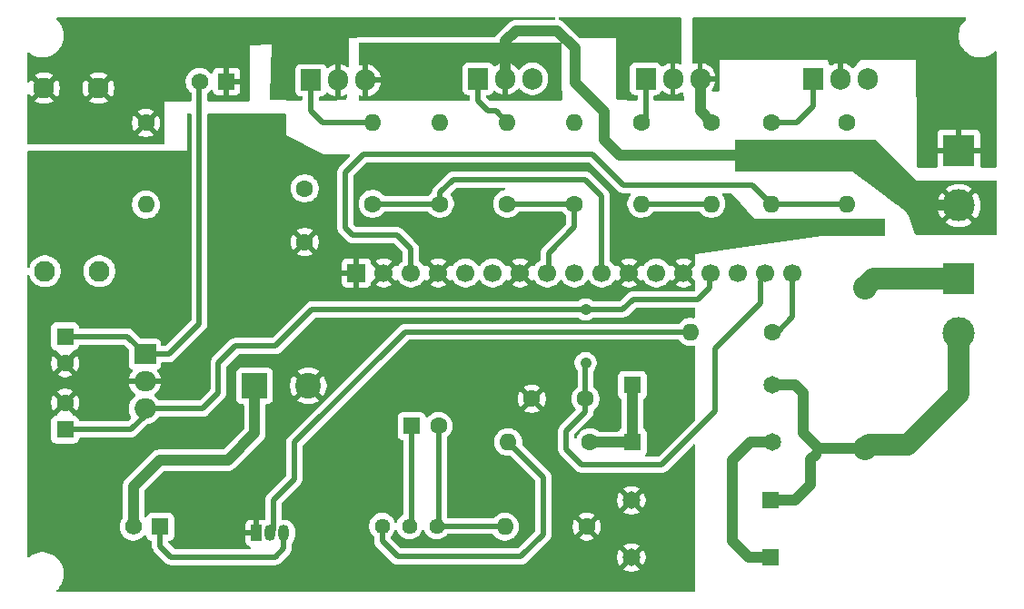
<source format=gbl>
G04 #@! TF.GenerationSoftware,KiCad,Pcbnew,9.0.1*
G04 #@! TF.CreationDate,2025-09-10T18:35:38+05:00*
G04 #@! TF.ProjectId,sine_wave_inverter,73696e65-5f77-4617-9665-5f696e766572,rev?*
G04 #@! TF.SameCoordinates,Original*
G04 #@! TF.FileFunction,Copper,L2,Bot*
G04 #@! TF.FilePolarity,Positive*
%FSLAX46Y46*%
G04 Gerber Fmt 4.6, Leading zero omitted, Abs format (unit mm)*
G04 Created by KiCad (PCBNEW 9.0.1) date 2025-09-10 18:35:38*
%MOMM*%
%LPD*%
G01*
G04 APERTURE LIST*
G04 #@! TA.AperFunction,ComponentPad*
%ADD10C,2.200000*%
G04 #@! TD*
G04 #@! TA.AperFunction,ComponentPad*
%ADD11C,1.700000*%
G04 #@! TD*
G04 #@! TA.AperFunction,ComponentPad*
%ADD12R,1.700000X1.700000*%
G04 #@! TD*
G04 #@! TA.AperFunction,ComponentPad*
%ADD13C,1.600000*%
G04 #@! TD*
G04 #@! TA.AperFunction,ComponentPad*
%ADD14O,1.600000X1.600000*%
G04 #@! TD*
G04 #@! TA.AperFunction,ComponentPad*
%ADD15R,3.000000X3.000000*%
G04 #@! TD*
G04 #@! TA.AperFunction,ComponentPad*
%ADD16C,3.000000*%
G04 #@! TD*
G04 #@! TA.AperFunction,ComponentPad*
%ADD17R,1.905000X2.000000*%
G04 #@! TD*
G04 #@! TA.AperFunction,ComponentPad*
%ADD18O,1.905000X2.000000*%
G04 #@! TD*
G04 #@! TA.AperFunction,ComponentPad*
%ADD19R,2.000000X1.905000*%
G04 #@! TD*
G04 #@! TA.AperFunction,ComponentPad*
%ADD20O,2.000000X1.905000*%
G04 #@! TD*
G04 #@! TA.AperFunction,ComponentPad*
%ADD21C,1.950000*%
G04 #@! TD*
G04 #@! TA.AperFunction,ComponentPad*
%ADD22R,1.575000X1.575000*%
G04 #@! TD*
G04 #@! TA.AperFunction,ComponentPad*
%ADD23C,1.575000*%
G04 #@! TD*
G04 #@! TA.AperFunction,ComponentPad*
%ADD24C,1.650000*%
G04 #@! TD*
G04 #@! TA.AperFunction,ComponentPad*
%ADD25R,1.650000X1.650000*%
G04 #@! TD*
G04 #@! TA.AperFunction,ComponentPad*
%ADD26R,1.600000X1.600000*%
G04 #@! TD*
G04 #@! TA.AperFunction,ComponentPad*
%ADD27R,2.400000X2.400000*%
G04 #@! TD*
G04 #@! TA.AperFunction,ComponentPad*
%ADD28C,2.400000*%
G04 #@! TD*
G04 #@! TA.AperFunction,ComponentPad*
%ADD29C,1.440000*%
G04 #@! TD*
G04 #@! TA.AperFunction,ComponentPad*
%ADD30R,1.050000X1.500000*%
G04 #@! TD*
G04 #@! TA.AperFunction,ComponentPad*
%ADD31O,1.050000X1.500000*%
G04 #@! TD*
G04 #@! TA.AperFunction,ComponentPad*
%ADD32C,1.050000*%
G04 #@! TD*
G04 #@! TA.AperFunction,Conductor*
%ADD33C,0.500000*%
G04 #@! TD*
G04 #@! TA.AperFunction,Conductor*
%ADD34C,1.000000*%
G04 #@! TD*
G04 #@! TA.AperFunction,Conductor*
%ADD35C,2.000000*%
G04 #@! TD*
G04 APERTURE END LIST*
D10*
X133130000Y-104800000D03*
X133130000Y-89800000D03*
D11*
X126400000Y-88420000D03*
X123860000Y-88420000D03*
X121320000Y-88420000D03*
X118780000Y-88420000D03*
X116240000Y-88420000D03*
X113700000Y-88420000D03*
X111160000Y-88420000D03*
X108620000Y-88420000D03*
X106080000Y-88420000D03*
X103540000Y-88420000D03*
X101000000Y-88420000D03*
X98460000Y-88420000D03*
X95920000Y-88420000D03*
X93380000Y-88420000D03*
X90840000Y-88420000D03*
X88300000Y-88420000D03*
D12*
X85760000Y-88420000D03*
D13*
X102110000Y-100170000D03*
X107110000Y-100170000D03*
X99824444Y-81970000D03*
D14*
X99824444Y-74350000D03*
D15*
X141870000Y-88990000D03*
D16*
X141870000Y-94070000D03*
D13*
X112310000Y-74350000D03*
D14*
X112310000Y-81970000D03*
D17*
X112704000Y-70310000D03*
D18*
X115244000Y-70310000D03*
X117784000Y-70310000D03*
D17*
X81512000Y-70440000D03*
D18*
X84052000Y-70440000D03*
X86592000Y-70440000D03*
D17*
X97108000Y-70310000D03*
D18*
X99648000Y-70310000D03*
X102188000Y-70310000D03*
D13*
X124505000Y-93910000D03*
D14*
X116885000Y-93910000D03*
D13*
X93544444Y-81970000D03*
D14*
X93544444Y-74350000D03*
D19*
X66056041Y-95990000D03*
D20*
X66056041Y-98530000D03*
X66056041Y-101070000D03*
D21*
X56730000Y-88260000D03*
X61810000Y-88260000D03*
D22*
X73637500Y-70575000D03*
D23*
X71137500Y-70575000D03*
D13*
X106080000Y-81970000D03*
D14*
X106080000Y-74350000D03*
D13*
X107210000Y-112090000D03*
D14*
X99590000Y-112090000D03*
D13*
X66140000Y-74430000D03*
D14*
X66140000Y-82050000D03*
D24*
X111380000Y-114960000D03*
D25*
X124380000Y-114960000D03*
D15*
X141900000Y-77040000D03*
D16*
X141900000Y-82120000D03*
D24*
X111380000Y-109626667D03*
D25*
X124380000Y-109626667D03*
D22*
X67480000Y-112100000D03*
D23*
X64980000Y-112100000D03*
D26*
X90914888Y-102690000D03*
D13*
X93414888Y-102690000D03*
X107520000Y-104200000D03*
D14*
X99900000Y-104200000D03*
D21*
X56650000Y-71180000D03*
X61730000Y-71180000D03*
D13*
X118840000Y-74350000D03*
D14*
X118840000Y-81970000D03*
D26*
X58606041Y-103025113D03*
D13*
X58606041Y-100525113D03*
D27*
X76286041Y-98950000D03*
D28*
X81286041Y-98950000D03*
D24*
X124480000Y-104233333D03*
D25*
X111480000Y-104233333D03*
D26*
X58606041Y-94344888D03*
D13*
X58606041Y-96844888D03*
X80950000Y-80530000D03*
X80950000Y-85530000D03*
D24*
X124480000Y-98900000D03*
D25*
X111480000Y-98900000D03*
D29*
X93250000Y-112030000D03*
X90710000Y-112030000D03*
X88170000Y-112030000D03*
D13*
X87264444Y-81970000D03*
D14*
X87264444Y-74350000D03*
D13*
X124430000Y-74350000D03*
D14*
X124430000Y-81970000D03*
D13*
X131450000Y-74350000D03*
D14*
X131450000Y-81970000D03*
D30*
X76460000Y-112690000D03*
D31*
X77730000Y-112690000D03*
X79000000Y-112690000D03*
D17*
X128300000Y-70310000D03*
D18*
X130840000Y-70310000D03*
X133380000Y-70310000D03*
D32*
X107120000Y-91820000D03*
X107120000Y-96820000D03*
D33*
X126400000Y-92530000D02*
X126400000Y-88420000D01*
X124505000Y-93910000D02*
X125020000Y-93910000D01*
X125020000Y-93910000D02*
X126400000Y-92530000D01*
D34*
X117784000Y-70310000D02*
X117784000Y-73294000D01*
X117784000Y-73294000D02*
X118840000Y-74350000D01*
D33*
X74500000Y-95230000D02*
X78220000Y-95230000D01*
X81630000Y-91820000D02*
X107120000Y-91820000D01*
X72900000Y-99600000D02*
X72900000Y-96830000D01*
X71430000Y-101070000D02*
X72900000Y-99600000D01*
X66056041Y-101070000D02*
X71430000Y-101070000D01*
X72900000Y-96830000D02*
X74500000Y-95230000D01*
X78220000Y-95230000D02*
X81630000Y-91820000D01*
X110600000Y-80210000D02*
X122670000Y-80210000D01*
X107740000Y-77350000D02*
X110600000Y-80210000D01*
X84740000Y-79040000D02*
X86430000Y-77350000D01*
X84740000Y-84200000D02*
X84740000Y-79040000D01*
X89540000Y-84900000D02*
X85440000Y-84900000D01*
X85440000Y-84900000D02*
X84740000Y-84200000D01*
X86430000Y-77350000D02*
X107740000Y-77350000D01*
X90840000Y-86200000D02*
X89540000Y-84900000D01*
X90840000Y-88420000D02*
X90840000Y-86200000D01*
X122670000Y-80210000D02*
X124430000Y-81970000D01*
X108620000Y-81250000D02*
X108620000Y-88420000D01*
X107070000Y-79700000D02*
X108620000Y-81250000D01*
X94780000Y-79700000D02*
X107070000Y-79700000D01*
X93544444Y-80935556D02*
X94780000Y-79700000D01*
X93544444Y-81970000D02*
X93544444Y-80935556D01*
D34*
X137450000Y-82120000D02*
X141900000Y-82120000D01*
X132790000Y-77460000D02*
X137450000Y-82120000D01*
X110300000Y-77460000D02*
X132790000Y-77460000D01*
X108850000Y-76010000D02*
X110300000Y-77460000D01*
X108850000Y-73390000D02*
X108850000Y-76010000D01*
X106130000Y-70670000D02*
X108850000Y-73390000D01*
X104400000Y-65840000D02*
X104440000Y-65800000D01*
X100610000Y-65840000D02*
X104400000Y-65840000D01*
X106130000Y-67490000D02*
X106130000Y-70670000D01*
X99648000Y-66802000D02*
X100610000Y-65840000D01*
X104440000Y-65800000D02*
X106130000Y-67490000D01*
X99648000Y-70310000D02*
X99648000Y-66802000D01*
D33*
X103670000Y-88290000D02*
X103540000Y-88420000D01*
X103670000Y-86560000D02*
X103670000Y-88290000D01*
X106080000Y-84150000D02*
X103670000Y-86560000D01*
X106080000Y-81970000D02*
X106080000Y-84150000D01*
X118680000Y-88520000D02*
X118780000Y-88420000D01*
X118680000Y-89760000D02*
X118680000Y-88520000D01*
X117560000Y-90880000D02*
X118680000Y-89760000D01*
X110580000Y-91820000D02*
X111520000Y-90880000D01*
X111520000Y-90880000D02*
X117560000Y-90880000D01*
X107120000Y-91820000D02*
X110580000Y-91820000D01*
X103190000Y-112790000D02*
X103190000Y-107490000D01*
X103190000Y-107490000D02*
X99900000Y-104200000D01*
X101090000Y-114890000D02*
X103190000Y-112790000D01*
X89600000Y-114890000D02*
X101090000Y-114890000D01*
X88170000Y-112030000D02*
X88170000Y-113460000D01*
X88170000Y-113460000D02*
X89600000Y-114890000D01*
X128300000Y-72890000D02*
X126840000Y-74350000D01*
X126840000Y-74350000D02*
X124430000Y-74350000D01*
X128300000Y-70310000D02*
X128300000Y-72890000D01*
X112704000Y-73956000D02*
X112310000Y-74350000D01*
X112704000Y-70310000D02*
X112704000Y-73956000D01*
X98744444Y-73270000D02*
X99824444Y-74350000D01*
X97990000Y-73270000D02*
X98744444Y-73270000D01*
X97108000Y-72388000D02*
X97990000Y-73270000D01*
X97108000Y-70310000D02*
X97108000Y-72388000D01*
X82620000Y-74350000D02*
X87264444Y-74350000D01*
X82610000Y-74360000D02*
X82620000Y-74350000D01*
X81512000Y-73262000D02*
X82610000Y-74360000D01*
X81512000Y-70440000D02*
X81512000Y-73262000D01*
X123450000Y-91200000D02*
X123450000Y-89200000D01*
X114180000Y-106300000D02*
X119190000Y-101290000D01*
X119190000Y-95460000D02*
X123450000Y-91200000D01*
X105300000Y-104850000D02*
X106750000Y-106300000D01*
X119190000Y-101290000D02*
X119190000Y-95460000D01*
X107110000Y-101360000D02*
X105300000Y-103170000D01*
X105300000Y-103170000D02*
X105300000Y-104850000D01*
X106750000Y-106300000D02*
X114180000Y-106300000D01*
X107110000Y-100170000D02*
X107110000Y-101360000D01*
X107110000Y-96830000D02*
X107120000Y-96820000D01*
X107110000Y-100170000D02*
X107110000Y-96830000D01*
X99530000Y-112030000D02*
X93250000Y-112030000D01*
X99590000Y-112090000D02*
X99530000Y-112030000D01*
D34*
X111480000Y-104233333D02*
X107553333Y-104233333D01*
X107553333Y-104233333D02*
X107520000Y-104200000D01*
X67440000Y-105880000D02*
X64980000Y-108340000D01*
X76286041Y-98950000D02*
X76286041Y-103373959D01*
X73780000Y-105880000D02*
X67440000Y-105880000D01*
X64980000Y-108340000D02*
X64980000Y-112100000D01*
X76286041Y-103373959D02*
X73780000Y-105880000D01*
D33*
X64440000Y-94340000D02*
X64435112Y-94344888D01*
X66056041Y-95956041D02*
X64440000Y-94340000D01*
X66056041Y-95990000D02*
X66056041Y-95956041D01*
X66056041Y-95990000D02*
X68290000Y-95990000D01*
X71130000Y-70582500D02*
X71137500Y-70575000D01*
X64435112Y-94344888D02*
X58606041Y-94344888D01*
X68290000Y-95990000D02*
X71130000Y-93150000D01*
X71130000Y-93150000D02*
X71130000Y-70582500D01*
X64730000Y-103030000D02*
X64725113Y-103025113D01*
X66056041Y-101703959D02*
X64730000Y-103030000D01*
X66056041Y-101070000D02*
X66056041Y-101703959D01*
X64725113Y-103025113D02*
X58606041Y-103025113D01*
D34*
X128840000Y-104800000D02*
X133130000Y-104800000D01*
D35*
X141870000Y-99680000D02*
X137110000Y-104440000D01*
D34*
X127370000Y-99610000D02*
X127370000Y-103330000D01*
X124380000Y-109626667D02*
X126653333Y-109626667D01*
X128090000Y-105820000D02*
X128560000Y-105350000D01*
X124480000Y-98900000D02*
X126660000Y-98900000D01*
D35*
X141870000Y-94070000D02*
X141870000Y-99680000D01*
D34*
X128090000Y-108190000D02*
X128090000Y-105820000D01*
X127370000Y-103330000D02*
X128840000Y-104800000D01*
D35*
X133490000Y-104440000D02*
X133130000Y-104800000D01*
D34*
X126653333Y-109626667D02*
X128090000Y-108190000D01*
D35*
X137110000Y-104440000D02*
X133490000Y-104440000D01*
D34*
X126660000Y-98900000D02*
X127370000Y-99610000D01*
X122450917Y-104233333D02*
X120780000Y-105904250D01*
D35*
X133940000Y-88990000D02*
X133130000Y-89800000D01*
D34*
X120780000Y-113450000D02*
X122290000Y-114960000D01*
D35*
X141870000Y-88990000D02*
X133940000Y-88990000D01*
D34*
X122290000Y-114960000D02*
X124380000Y-114960000D01*
X124480000Y-104233333D02*
X122450917Y-104233333D01*
X120780000Y-105904250D02*
X120780000Y-113450000D01*
D33*
X90914888Y-102690000D02*
X90914888Y-111825112D01*
X90914888Y-111825112D02*
X90710000Y-112030000D01*
X93414888Y-111865112D02*
X93250000Y-112030000D01*
X93414888Y-102690000D02*
X93414888Y-111865112D01*
D34*
X111480000Y-98900000D02*
X111480000Y-104233333D01*
D33*
X78170000Y-114920000D02*
X79000000Y-114090000D01*
X79000000Y-114090000D02*
X79000000Y-112690000D01*
X67480000Y-113900000D02*
X68500000Y-114920000D01*
X68500000Y-114920000D02*
X78170000Y-114920000D01*
X67480000Y-112100000D02*
X67480000Y-113900000D01*
X131450000Y-81970000D02*
X124430000Y-81970000D01*
X93544444Y-81970000D02*
X87264444Y-81970000D01*
X118840000Y-81970000D02*
X112310000Y-81970000D01*
X106080000Y-81970000D02*
X99824444Y-81970000D01*
X79980000Y-104230000D02*
X90300000Y-93910000D01*
X78024000Y-109596000D02*
X79980000Y-107640000D01*
X78024000Y-112396000D02*
X78024000Y-109596000D01*
X90300000Y-93910000D02*
X116885000Y-93910000D01*
X79980000Y-107640000D02*
X79980000Y-104230000D01*
X77730000Y-112690000D02*
X78024000Y-112396000D01*
G04 #@! TA.AperFunction,Conductor*
G36*
X70322539Y-73559685D02*
G01*
X70368294Y-73612489D01*
X70379500Y-73664000D01*
X70379500Y-92787770D01*
X70359815Y-92854809D01*
X70343181Y-92875451D01*
X68015451Y-95203181D01*
X67988523Y-95217884D01*
X67962705Y-95234477D01*
X67956504Y-95235368D01*
X67954128Y-95236666D01*
X67927770Y-95239500D01*
X67680540Y-95239500D01*
X67613501Y-95219815D01*
X67567746Y-95167011D01*
X67556540Y-95115500D01*
X67556540Y-94989629D01*
X67556539Y-94989623D01*
X67550132Y-94930016D01*
X67499838Y-94795171D01*
X67499834Y-94795164D01*
X67413588Y-94679955D01*
X67413585Y-94679952D01*
X67298376Y-94593706D01*
X67298369Y-94593702D01*
X67163523Y-94543408D01*
X67163524Y-94543408D01*
X67103924Y-94537001D01*
X67103922Y-94537000D01*
X67103914Y-94537000D01*
X67103906Y-94537000D01*
X65749730Y-94537000D01*
X65682691Y-94517315D01*
X65662049Y-94500681D01*
X64918421Y-93757052D01*
X64918420Y-93757051D01*
X64795493Y-93674914D01*
X64658913Y-93618341D01*
X64658905Y-93618339D01*
X64513922Y-93589500D01*
X64513918Y-93589500D01*
X64366083Y-93589500D01*
X64366082Y-93589500D01*
X64353489Y-93592005D01*
X64329297Y-93594388D01*
X60028392Y-93594388D01*
X59961353Y-93574703D01*
X59915598Y-93521899D01*
X59905102Y-93483640D01*
X59900132Y-93437404D01*
X59849838Y-93302559D01*
X59849834Y-93302552D01*
X59763588Y-93187343D01*
X59763585Y-93187340D01*
X59648376Y-93101094D01*
X59648369Y-93101090D01*
X59513523Y-93050796D01*
X59513524Y-93050796D01*
X59453924Y-93044389D01*
X59453922Y-93044388D01*
X59453914Y-93044388D01*
X59453905Y-93044388D01*
X57758170Y-93044388D01*
X57758164Y-93044389D01*
X57698557Y-93050796D01*
X57563712Y-93101090D01*
X57563705Y-93101094D01*
X57448496Y-93187340D01*
X57448493Y-93187343D01*
X57362247Y-93302552D01*
X57362243Y-93302559D01*
X57311949Y-93437405D01*
X57305542Y-93497004D01*
X57305541Y-93497023D01*
X57305541Y-95192758D01*
X57305542Y-95192764D01*
X57311949Y-95252371D01*
X57362243Y-95387216D01*
X57362247Y-95387223D01*
X57448493Y-95502432D01*
X57448496Y-95502435D01*
X57563705Y-95588681D01*
X57563712Y-95588685D01*
X57608659Y-95605449D01*
X57698558Y-95638979D01*
X57758168Y-95645388D01*
X57758194Y-95645387D01*
X57761494Y-95645566D01*
X57761406Y-95647196D01*
X57822279Y-95664955D01*
X57868125Y-95717679D01*
X57875845Y-95761139D01*
X58559595Y-96444888D01*
X58553380Y-96444888D01*
X58451647Y-96472147D01*
X58360435Y-96524808D01*
X58285961Y-96599282D01*
X58233300Y-96690494D01*
X58206041Y-96792227D01*
X58206041Y-96798441D01*
X57526565Y-96118965D01*
X57526564Y-96118965D01*
X57494184Y-96163532D01*
X57401285Y-96345856D01*
X57338050Y-96540470D01*
X57306041Y-96742570D01*
X57306041Y-96947205D01*
X57338050Y-97149305D01*
X57401285Y-97343919D01*
X57494182Y-97526238D01*
X57494188Y-97526247D01*
X57526564Y-97570809D01*
X57526565Y-97570810D01*
X58206041Y-96891334D01*
X58206041Y-96897549D01*
X58233300Y-96999282D01*
X58285961Y-97090494D01*
X58360435Y-97164968D01*
X58451647Y-97217629D01*
X58553380Y-97244888D01*
X58559594Y-97244888D01*
X57880117Y-97924362D01*
X57924691Y-97956747D01*
X58107009Y-98049643D01*
X58301623Y-98112878D01*
X58503724Y-98144888D01*
X58708358Y-98144888D01*
X58910458Y-98112878D01*
X59105072Y-98049643D01*
X59287390Y-97956747D01*
X59331962Y-97924362D01*
X58652488Y-97244888D01*
X58658702Y-97244888D01*
X58760435Y-97217629D01*
X58851647Y-97164968D01*
X58926121Y-97090494D01*
X58978782Y-96999282D01*
X59006041Y-96897549D01*
X59006041Y-96891335D01*
X59685515Y-97570809D01*
X59717900Y-97526237D01*
X59810796Y-97343919D01*
X59874031Y-97149305D01*
X59906041Y-96947205D01*
X59906041Y-96742570D01*
X59874031Y-96540470D01*
X59810796Y-96345856D01*
X59717900Y-96163538D01*
X59685515Y-96118965D01*
X59685515Y-96118964D01*
X59006041Y-96798439D01*
X59006041Y-96792227D01*
X58978782Y-96690494D01*
X58926121Y-96599282D01*
X58851647Y-96524808D01*
X58760435Y-96472147D01*
X58658702Y-96444888D01*
X58652487Y-96444888D01*
X59336972Y-95760403D01*
X59347405Y-95710740D01*
X59396456Y-95660982D01*
X59450678Y-95646936D01*
X59450617Y-95645788D01*
X59450612Y-95645742D01*
X59450614Y-95645741D01*
X59450605Y-95645564D01*
X59453898Y-95645387D01*
X59453913Y-95645387D01*
X59513524Y-95638979D01*
X59648372Y-95588684D01*
X59763587Y-95502434D01*
X59849837Y-95387219D01*
X59900132Y-95252371D01*
X59905103Y-95206130D01*
X59931840Y-95141582D01*
X59989232Y-95101734D01*
X60028392Y-95095388D01*
X64082658Y-95095388D01*
X64149697Y-95115073D01*
X64170339Y-95131707D01*
X64519222Y-95480589D01*
X64552707Y-95541912D01*
X64555541Y-95568270D01*
X64555541Y-96990370D01*
X64555542Y-96990376D01*
X64561949Y-97049983D01*
X64612243Y-97184828D01*
X64612247Y-97184835D01*
X64698493Y-97300044D01*
X64698496Y-97300047D01*
X64813705Y-97386293D01*
X64813708Y-97386295D01*
X64813709Y-97386295D01*
X64813710Y-97386296D01*
X64842066Y-97396872D01*
X64897999Y-97438742D01*
X64922417Y-97504206D01*
X64907566Y-97572479D01*
X64899051Y-97585939D01*
X64766254Y-97768719D01*
X64662458Y-97972429D01*
X64591806Y-98189871D01*
X64577532Y-98280000D01*
X65565293Y-98280000D01*
X65543523Y-98317708D01*
X65506041Y-98457591D01*
X65506041Y-98602409D01*
X65543523Y-98742292D01*
X65565293Y-98780000D01*
X64577532Y-98780000D01*
X64591806Y-98870128D01*
X64662458Y-99087570D01*
X64766252Y-99291276D01*
X64900638Y-99476242D01*
X65062298Y-99637902D01*
X65062304Y-99637907D01*
X65146904Y-99699372D01*
X65189570Y-99754701D01*
X65195549Y-99824315D01*
X65162944Y-99886110D01*
X65146905Y-99900007D01*
X65061981Y-99961709D01*
X65061972Y-99961716D01*
X64900257Y-100123431D01*
X64900257Y-100123432D01*
X64900255Y-100123434D01*
X64849188Y-100193722D01*
X64765824Y-100308461D01*
X64661991Y-100512244D01*
X64591319Y-100729750D01*
X64591319Y-100729753D01*
X64565001Y-100895921D01*
X64555541Y-100955646D01*
X64555541Y-101184354D01*
X64557582Y-101197242D01*
X64591319Y-101410246D01*
X64591319Y-101410249D01*
X64661991Y-101627755D01*
X64759106Y-101818353D01*
X64772002Y-101887022D01*
X64745726Y-101951763D01*
X64736302Y-101962329D01*
X64460338Y-102238294D01*
X64399015Y-102271779D01*
X64372657Y-102274613D01*
X60028392Y-102274613D01*
X59961353Y-102254928D01*
X59915598Y-102202124D01*
X59905102Y-102163865D01*
X59900132Y-102117629D01*
X59849838Y-101982784D01*
X59849834Y-101982777D01*
X59763588Y-101867568D01*
X59763585Y-101867565D01*
X59648376Y-101781319D01*
X59648369Y-101781315D01*
X59513523Y-101731021D01*
X59513524Y-101731021D01*
X59453924Y-101724614D01*
X59453922Y-101724613D01*
X59453914Y-101724613D01*
X59453905Y-101724613D01*
X59450589Y-101724435D01*
X59450673Y-101722855D01*
X59389620Y-101704928D01*
X59343865Y-101652124D01*
X59336214Y-101608838D01*
X58652488Y-100925113D01*
X58658702Y-100925113D01*
X58760435Y-100897854D01*
X58851647Y-100845193D01*
X58926121Y-100770719D01*
X58978782Y-100679507D01*
X59006041Y-100577774D01*
X59006041Y-100571560D01*
X59685515Y-101251034D01*
X59717900Y-101206462D01*
X59810796Y-101024144D01*
X59874031Y-100829530D01*
X59906041Y-100627430D01*
X59906041Y-100422795D01*
X59874031Y-100220695D01*
X59810796Y-100026081D01*
X59717900Y-99843763D01*
X59685515Y-99799190D01*
X59685515Y-99799189D01*
X59006041Y-100478664D01*
X59006041Y-100472452D01*
X58978782Y-100370719D01*
X58926121Y-100279507D01*
X58851647Y-100205033D01*
X58760435Y-100152372D01*
X58658702Y-100125113D01*
X58652487Y-100125113D01*
X59331963Y-99445637D01*
X59331962Y-99445636D01*
X59287400Y-99413260D01*
X59287391Y-99413254D01*
X59105072Y-99320357D01*
X58910458Y-99257122D01*
X58708358Y-99225113D01*
X58503724Y-99225113D01*
X58301623Y-99257122D01*
X58107009Y-99320357D01*
X57924685Y-99413256D01*
X57880118Y-99445636D01*
X57880118Y-99445637D01*
X58559595Y-100125113D01*
X58553380Y-100125113D01*
X58451647Y-100152372D01*
X58360435Y-100205033D01*
X58285961Y-100279507D01*
X58233300Y-100370719D01*
X58206041Y-100472452D01*
X58206041Y-100478666D01*
X57526565Y-99799190D01*
X57526564Y-99799190D01*
X57494184Y-99843757D01*
X57401285Y-100026081D01*
X57338050Y-100220695D01*
X57306041Y-100422795D01*
X57306041Y-100627430D01*
X57338050Y-100829530D01*
X57401285Y-101024144D01*
X57494182Y-101206463D01*
X57494188Y-101206472D01*
X57526564Y-101251034D01*
X57526565Y-101251035D01*
X58206041Y-100571559D01*
X58206041Y-100577774D01*
X58233300Y-100679507D01*
X58285961Y-100770719D01*
X58360435Y-100845193D01*
X58451647Y-100897854D01*
X58553380Y-100925113D01*
X58559594Y-100925113D01*
X57875108Y-101609596D01*
X57864674Y-101659263D01*
X57815622Y-101709019D01*
X57761406Y-101723113D01*
X57761464Y-101724212D01*
X57761470Y-101724259D01*
X57761467Y-101724259D01*
X57761477Y-101724437D01*
X57758164Y-101724614D01*
X57698557Y-101731021D01*
X57563712Y-101781315D01*
X57563705Y-101781319D01*
X57448496Y-101867565D01*
X57448493Y-101867568D01*
X57362247Y-101982777D01*
X57362243Y-101982784D01*
X57311949Y-102117630D01*
X57305542Y-102177229D01*
X57305541Y-102177248D01*
X57305541Y-103872983D01*
X57305542Y-103872989D01*
X57311949Y-103932596D01*
X57362243Y-104067441D01*
X57362247Y-104067448D01*
X57448493Y-104182657D01*
X57448496Y-104182660D01*
X57563705Y-104268906D01*
X57563712Y-104268910D01*
X57698558Y-104319204D01*
X57698557Y-104319204D01*
X57705485Y-104319948D01*
X57758168Y-104325613D01*
X59453913Y-104325612D01*
X59513524Y-104319204D01*
X59648372Y-104268909D01*
X59763587Y-104182659D01*
X59849837Y-104067444D01*
X59900132Y-103932596D01*
X59905103Y-103886355D01*
X59931840Y-103821807D01*
X59989232Y-103781959D01*
X60028392Y-103775613D01*
X64619301Y-103775613D01*
X64643492Y-103777995D01*
X64656082Y-103780500D01*
X64803919Y-103780500D01*
X64920327Y-103757344D01*
X64948912Y-103751658D01*
X65085494Y-103695084D01*
X65208416Y-103612952D01*
X66285023Y-102536342D01*
X66346344Y-102502859D01*
X66353257Y-102501559D01*
X66443786Y-102487222D01*
X66661299Y-102416548D01*
X66865079Y-102312717D01*
X67050107Y-102178286D01*
X67211827Y-102016566D01*
X67317141Y-101871613D01*
X67372471Y-101828949D01*
X67417459Y-101820500D01*
X71503920Y-101820500D01*
X71601462Y-101801096D01*
X71648913Y-101791658D01*
X71785495Y-101735084D01*
X71840944Y-101698034D01*
X71908416Y-101652952D01*
X73482952Y-100078416D01*
X73532186Y-100004729D01*
X73565084Y-99955495D01*
X73621658Y-99818913D01*
X73640647Y-99723452D01*
X73650500Y-99673920D01*
X73650500Y-97192230D01*
X73670185Y-97125191D01*
X73686819Y-97104549D01*
X74774549Y-96016819D01*
X74835872Y-95983334D01*
X74862230Y-95980500D01*
X78293920Y-95980500D01*
X78391462Y-95961096D01*
X78438913Y-95951658D01*
X78575495Y-95895084D01*
X78624729Y-95862186D01*
X78698416Y-95812952D01*
X81904548Y-92606818D01*
X81965871Y-92573334D01*
X81992229Y-92570500D01*
X106368861Y-92570500D01*
X106435900Y-92590185D01*
X106456542Y-92606819D01*
X106466281Y-92616558D01*
X106634237Y-92728782D01*
X106634241Y-92728784D01*
X106634244Y-92728786D01*
X106820873Y-92806091D01*
X106986983Y-92839132D01*
X107018992Y-92845499D01*
X107018996Y-92845500D01*
X107018997Y-92845500D01*
X107221004Y-92845500D01*
X107221005Y-92845499D01*
X107419127Y-92806091D01*
X107605756Y-92728786D01*
X107773718Y-92616558D01*
X107776500Y-92613776D01*
X107783458Y-92606819D01*
X107844781Y-92573334D01*
X107871139Y-92570500D01*
X110653920Y-92570500D01*
X110751462Y-92551096D01*
X110798913Y-92541658D01*
X110935495Y-92485084D01*
X110984729Y-92452186D01*
X111058416Y-92402952D01*
X111794549Y-91666819D01*
X111855872Y-91633334D01*
X111882230Y-91630500D01*
X117212959Y-91630500D01*
X117279998Y-91650185D01*
X117325753Y-91702989D01*
X117336959Y-91754575D01*
X117336499Y-92519689D01*
X117316774Y-92586716D01*
X117263943Y-92632439D01*
X117194778Y-92642341D01*
X117193101Y-92642087D01*
X117014349Y-92613776D01*
X116987352Y-92609500D01*
X116782648Y-92609500D01*
X116758329Y-92613351D01*
X116580465Y-92641522D01*
X116385776Y-92704781D01*
X116203386Y-92797715D01*
X116037786Y-92918028D01*
X115893032Y-93062782D01*
X115893028Y-93062787D01*
X115859900Y-93108385D01*
X115804571Y-93151051D01*
X115759582Y-93159500D01*
X90226080Y-93159500D01*
X90081092Y-93188340D01*
X90081086Y-93188342D01*
X89944508Y-93244914D01*
X89944496Y-93244921D01*
X89895269Y-93277813D01*
X89821588Y-93327044D01*
X89821580Y-93327050D01*
X79397049Y-103751581D01*
X79363169Y-103802286D01*
X79363170Y-103802287D01*
X79314914Y-103874508D01*
X79258343Y-104011082D01*
X79258340Y-104011092D01*
X79229500Y-104156079D01*
X79229500Y-107277769D01*
X79209815Y-107344808D01*
X79193181Y-107365450D01*
X77441052Y-109117578D01*
X77441046Y-109117585D01*
X77392327Y-109190499D01*
X77392328Y-109190500D01*
X77358914Y-109240508D01*
X77302343Y-109377082D01*
X77302340Y-109377092D01*
X77273500Y-109522079D01*
X77273500Y-111335363D01*
X77253815Y-111402402D01*
X77201011Y-111448157D01*
X77131853Y-111458101D01*
X77106169Y-111451546D01*
X77092379Y-111446403D01*
X77092372Y-111446401D01*
X77032844Y-111440000D01*
X76710000Y-111440000D01*
X76710000Y-112324134D01*
X76709968Y-112326953D01*
X76709722Y-112337740D01*
X76704500Y-112363997D01*
X76704500Y-112404170D01*
X76690255Y-112389925D01*
X76604745Y-112340556D01*
X76509370Y-112315000D01*
X76410630Y-112315000D01*
X76315255Y-112340556D01*
X76229745Y-112389925D01*
X76210000Y-112409670D01*
X76210000Y-111440000D01*
X75887155Y-111440000D01*
X75827627Y-111446401D01*
X75827620Y-111446403D01*
X75692913Y-111496645D01*
X75692906Y-111496649D01*
X75577812Y-111582809D01*
X75577809Y-111582812D01*
X75491649Y-111697906D01*
X75491645Y-111697913D01*
X75441403Y-111832620D01*
X75441401Y-111832627D01*
X75435000Y-111892155D01*
X75435000Y-112440000D01*
X76179670Y-112440000D01*
X76159925Y-112459745D01*
X76110556Y-112545255D01*
X76085000Y-112640630D01*
X76085000Y-112739370D01*
X76110556Y-112834745D01*
X76159925Y-112920255D01*
X76179670Y-112940000D01*
X75435000Y-112940000D01*
X75435000Y-113487844D01*
X75441401Y-113547372D01*
X75441403Y-113547379D01*
X75491645Y-113682086D01*
X75491649Y-113682093D01*
X75577809Y-113797187D01*
X75577812Y-113797190D01*
X75692906Y-113883350D01*
X75692913Y-113883354D01*
X75816148Y-113929318D01*
X75872082Y-113971189D01*
X75896499Y-114036654D01*
X75881647Y-114104927D01*
X75832242Y-114154332D01*
X75772815Y-114169500D01*
X68862230Y-114169500D01*
X68795191Y-114149815D01*
X68774549Y-114133181D01*
X68266819Y-113625451D01*
X68252115Y-113598523D01*
X68235523Y-113572705D01*
X68234631Y-113566504D01*
X68233334Y-113564128D01*
X68230500Y-113537770D01*
X68230500Y-113508507D01*
X68250185Y-113441468D01*
X68302989Y-113395713D01*
X68341247Y-113385217D01*
X68374983Y-113381591D01*
X68509831Y-113331296D01*
X68625046Y-113245046D01*
X68711296Y-113129831D01*
X68761591Y-112994983D01*
X68768000Y-112935373D01*
X68767999Y-111264628D01*
X68761591Y-111205017D01*
X68745320Y-111161393D01*
X68711297Y-111070171D01*
X68711293Y-111070164D01*
X68625047Y-110954955D01*
X68625044Y-110954952D01*
X68509835Y-110868706D01*
X68509828Y-110868702D01*
X68374982Y-110818408D01*
X68374983Y-110818408D01*
X68315383Y-110812001D01*
X68315381Y-110812000D01*
X68315373Y-110812000D01*
X68315364Y-110812000D01*
X66644629Y-110812000D01*
X66644623Y-110812001D01*
X66585016Y-110818408D01*
X66450171Y-110868702D01*
X66450164Y-110868706D01*
X66334955Y-110954952D01*
X66334952Y-110954955D01*
X66248706Y-111070164D01*
X66248702Y-111070171D01*
X66220682Y-111145299D01*
X66178811Y-111201233D01*
X66113347Y-111225650D01*
X66045074Y-111210799D01*
X65995668Y-111161393D01*
X65980500Y-111101966D01*
X65980500Y-108805782D01*
X66000185Y-108738743D01*
X66016819Y-108718101D01*
X67818102Y-106916819D01*
X67879425Y-106883334D01*
X67905783Y-106880500D01*
X73878542Y-106880500D01*
X73909566Y-106874328D01*
X73975188Y-106861275D01*
X74071836Y-106842051D01*
X74125165Y-106819961D01*
X74253914Y-106766632D01*
X74417782Y-106657139D01*
X74557139Y-106517782D01*
X74557140Y-106517779D01*
X74564206Y-106510714D01*
X74564209Y-106510710D01*
X76923819Y-104151100D01*
X76923823Y-104151098D01*
X77063180Y-104011741D01*
X77172673Y-103847873D01*
X77172809Y-103847546D01*
X77191555Y-103802287D01*
X77237984Y-103690197D01*
X77248092Y-103665795D01*
X77273537Y-103537873D01*
X77286541Y-103472500D01*
X77286541Y-100774499D01*
X77306226Y-100707460D01*
X77359030Y-100661705D01*
X77410541Y-100650499D01*
X77533912Y-100650499D01*
X77533913Y-100650499D01*
X77593524Y-100644091D01*
X77728372Y-100593796D01*
X77843587Y-100507546D01*
X77929837Y-100392331D01*
X77980132Y-100257483D01*
X77986541Y-100197873D01*
X77986540Y-98838575D01*
X79586041Y-98838575D01*
X79586041Y-99061424D01*
X79615126Y-99282354D01*
X79615129Y-99282367D01*
X79672804Y-99497618D01*
X79758086Y-99703502D01*
X79758095Y-99703520D01*
X79869505Y-99896491D01*
X79869514Y-99896504D01*
X79920081Y-99962403D01*
X79920084Y-99962403D01*
X80721428Y-99161059D01*
X80726930Y-99181591D01*
X80805922Y-99318408D01*
X80917633Y-99430119D01*
X81054450Y-99509111D01*
X81074981Y-99514612D01*
X80273636Y-100315955D01*
X80273636Y-100315956D01*
X80339548Y-100366533D01*
X80532526Y-100477949D01*
X80532538Y-100477954D01*
X80738422Y-100563236D01*
X80953673Y-100620911D01*
X80953686Y-100620914D01*
X81174616Y-100650000D01*
X81397466Y-100650000D01*
X81618395Y-100620914D01*
X81618408Y-100620911D01*
X81833659Y-100563236D01*
X82039543Y-100477954D01*
X82039555Y-100477949D01*
X82232539Y-100366530D01*
X82298444Y-100315957D01*
X82298445Y-100315956D01*
X81497100Y-99514612D01*
X81517632Y-99509111D01*
X81654449Y-99430119D01*
X81766160Y-99318408D01*
X81845152Y-99181591D01*
X81850653Y-99161059D01*
X82651997Y-99962404D01*
X82651998Y-99962403D01*
X82702571Y-99896498D01*
X82813990Y-99703514D01*
X82813995Y-99703502D01*
X82899277Y-99497618D01*
X82956952Y-99282367D01*
X82956955Y-99282354D01*
X82986041Y-99061424D01*
X82986041Y-98838575D01*
X82956955Y-98617645D01*
X82956952Y-98617632D01*
X82899277Y-98402381D01*
X82813995Y-98196497D01*
X82813990Y-98196485D01*
X82702574Y-98003507D01*
X82651997Y-97937595D01*
X82651996Y-97937595D01*
X81850653Y-98738939D01*
X81845152Y-98718409D01*
X81766160Y-98581592D01*
X81654449Y-98469881D01*
X81517632Y-98390889D01*
X81497099Y-98385387D01*
X82298444Y-97584043D01*
X82298444Y-97584040D01*
X82232545Y-97533473D01*
X82232532Y-97533464D01*
X82039561Y-97422054D01*
X82039543Y-97422045D01*
X81833659Y-97336763D01*
X81618408Y-97279088D01*
X81618395Y-97279085D01*
X81397466Y-97250000D01*
X81174616Y-97250000D01*
X80953686Y-97279085D01*
X80953673Y-97279088D01*
X80738422Y-97336763D01*
X80532538Y-97422045D01*
X80532520Y-97422054D01*
X80339552Y-97533462D01*
X80273636Y-97584042D01*
X81074982Y-98385387D01*
X81054450Y-98390889D01*
X80917633Y-98469881D01*
X80805922Y-98581592D01*
X80726930Y-98718409D01*
X80721428Y-98738940D01*
X79920083Y-97937595D01*
X79869503Y-98003511D01*
X79758095Y-98196479D01*
X79758086Y-98196497D01*
X79672804Y-98402381D01*
X79615129Y-98617632D01*
X79615126Y-98617645D01*
X79586041Y-98838575D01*
X77986540Y-98838575D01*
X77986540Y-97702128D01*
X77980426Y-97645248D01*
X77980426Y-97645246D01*
X77980133Y-97642519D01*
X77929838Y-97507671D01*
X77929834Y-97507664D01*
X77843588Y-97392455D01*
X77843585Y-97392452D01*
X77728376Y-97306206D01*
X77728369Y-97306202D01*
X77593523Y-97255908D01*
X77593524Y-97255908D01*
X77533924Y-97249501D01*
X77533922Y-97249500D01*
X77533914Y-97249500D01*
X77533905Y-97249500D01*
X75038170Y-97249500D01*
X75038164Y-97249501D01*
X74978557Y-97255908D01*
X74843712Y-97306202D01*
X74843705Y-97306206D01*
X74728496Y-97392452D01*
X74728493Y-97392455D01*
X74642247Y-97507664D01*
X74642243Y-97507671D01*
X74591949Y-97642517D01*
X74585542Y-97702116D01*
X74585542Y-97702123D01*
X74585541Y-97702135D01*
X74585541Y-100197870D01*
X74585542Y-100197876D01*
X74591949Y-100257483D01*
X74642243Y-100392328D01*
X74642247Y-100392335D01*
X74728493Y-100507544D01*
X74728496Y-100507547D01*
X74843705Y-100593793D01*
X74843712Y-100593797D01*
X74888659Y-100610561D01*
X74978558Y-100644091D01*
X75038168Y-100650500D01*
X75161541Y-100650499D01*
X75228580Y-100670183D01*
X75274335Y-100722987D01*
X75285541Y-100774499D01*
X75285541Y-102908177D01*
X75265856Y-102975216D01*
X75249222Y-102995858D01*
X73401899Y-104843181D01*
X73340576Y-104876666D01*
X73314218Y-104879500D01*
X67341456Y-104879500D01*
X67148171Y-104917947D01*
X67148163Y-104917949D01*
X67089620Y-104942199D01*
X66966082Y-104993369D01*
X66802218Y-105102860D01*
X66802214Y-105102863D01*
X64939995Y-106965084D01*
X64342220Y-107562859D01*
X64342218Y-107562861D01*
X64272538Y-107632540D01*
X64202859Y-107702219D01*
X64093371Y-107866080D01*
X64093366Y-107866089D01*
X64052675Y-107964328D01*
X64050982Y-107968416D01*
X64017949Y-108048164D01*
X64009337Y-108091460D01*
X64007823Y-108099070D01*
X64007823Y-108099071D01*
X63979500Y-108241456D01*
X63979500Y-111245502D01*
X63959815Y-111312541D01*
X63955818Y-111318387D01*
X63878405Y-111424937D01*
X63786362Y-111605579D01*
X63786361Y-111605582D01*
X63723715Y-111798391D01*
X63692000Y-111998632D01*
X63692000Y-112201367D01*
X63723715Y-112401608D01*
X63786361Y-112594417D01*
X63786362Y-112594420D01*
X63829533Y-112679147D01*
X63876647Y-112771613D01*
X63878405Y-112775062D01*
X63997562Y-112939069D01*
X63997566Y-112939074D01*
X64140925Y-113082433D01*
X64140930Y-113082437D01*
X64249177Y-113161082D01*
X64304941Y-113201597D01*
X64390211Y-113245044D01*
X64485579Y-113293637D01*
X64485582Y-113293638D01*
X64581986Y-113324961D01*
X64678393Y-113356285D01*
X64878632Y-113388000D01*
X64878633Y-113388000D01*
X65081367Y-113388000D01*
X65081368Y-113388000D01*
X65281607Y-113356285D01*
X65474420Y-113293637D01*
X65655059Y-113201597D01*
X65819076Y-113082432D01*
X65962432Y-112939076D01*
X65973554Y-112923767D01*
X66028879Y-112881102D01*
X66098492Y-112875120D01*
X66160289Y-112907723D01*
X66194649Y-112968560D01*
X66197162Y-112983394D01*
X66198407Y-112994980D01*
X66248702Y-113129828D01*
X66248706Y-113129835D01*
X66334952Y-113245044D01*
X66334955Y-113245047D01*
X66450164Y-113331293D01*
X66450171Y-113331297D01*
X66585016Y-113381591D01*
X66618757Y-113385219D01*
X66683307Y-113411957D01*
X66723155Y-113469350D01*
X66729500Y-113508507D01*
X66729500Y-113973918D01*
X66729500Y-113973920D01*
X66729499Y-113973920D01*
X66758340Y-114118907D01*
X66758343Y-114118917D01*
X66814912Y-114255488D01*
X66814920Y-114255502D01*
X66838200Y-114290342D01*
X66838201Y-114290345D01*
X66897046Y-114378414D01*
X66897052Y-114378421D01*
X68021584Y-115502952D01*
X68021586Y-115502954D01*
X68032132Y-115510000D01*
X68095270Y-115552186D01*
X68144505Y-115585084D01*
X68144506Y-115585084D01*
X68144507Y-115585085D01*
X68144509Y-115585086D01*
X68278291Y-115640500D01*
X68281087Y-115641658D01*
X68281091Y-115641658D01*
X68281092Y-115641659D01*
X68426079Y-115670500D01*
X68426082Y-115670500D01*
X78243920Y-115670500D01*
X78341462Y-115651096D01*
X78388913Y-115641658D01*
X78525495Y-115585084D01*
X78574729Y-115552186D01*
X78574734Y-115552183D01*
X78599071Y-115535921D01*
X78648416Y-115502952D01*
X79582951Y-114568416D01*
X79665084Y-114445495D01*
X79721658Y-114308913D01*
X79740104Y-114216180D01*
X79750500Y-114163920D01*
X79750500Y-113666138D01*
X79770185Y-113599099D01*
X79786822Y-113578454D01*
X79796558Y-113568718D01*
X79908782Y-113400762D01*
X79908782Y-113400761D01*
X79908786Y-113400756D01*
X79986091Y-113214127D01*
X80025500Y-113016003D01*
X80025500Y-112363997D01*
X79986091Y-112165873D01*
X79908786Y-111979244D01*
X79908783Y-111979239D01*
X79908782Y-111979237D01*
X79878519Y-111933945D01*
X86949500Y-111933945D01*
X86949500Y-112126055D01*
X86964526Y-112220928D01*
X86979553Y-112315802D01*
X87038916Y-112498506D01*
X87085137Y-112589219D01*
X87126135Y-112669681D01*
X87239055Y-112825102D01*
X87374898Y-112960945D01*
X87374903Y-112960949D01*
X87376031Y-112961912D01*
X87376343Y-112962390D01*
X87378343Y-112964390D01*
X87377922Y-112964810D01*
X87414224Y-113020419D01*
X87419500Y-113056203D01*
X87419500Y-113533918D01*
X87419500Y-113533920D01*
X87419499Y-113533920D01*
X87448340Y-113678907D01*
X87448343Y-113678917D01*
X87504913Y-113815490D01*
X87504914Y-113815491D01*
X87504916Y-113815495D01*
X87509400Y-113822205D01*
X87510455Y-113823784D01*
X87510456Y-113823787D01*
X87587046Y-113938414D01*
X87587052Y-113938421D01*
X89121580Y-115472948D01*
X89121584Y-115472951D01*
X89244498Y-115555080D01*
X89244511Y-115555087D01*
X89347587Y-115597782D01*
X89381087Y-115611658D01*
X89381091Y-115611658D01*
X89381092Y-115611659D01*
X89526079Y-115640500D01*
X89526082Y-115640500D01*
X101163920Y-115640500D01*
X101261462Y-115621096D01*
X101308913Y-115611658D01*
X101445495Y-115555084D01*
X101494729Y-115522186D01*
X101512968Y-115510000D01*
X101523519Y-115502950D01*
X101568416Y-115472952D01*
X102185648Y-114855720D01*
X110055000Y-114855720D01*
X110055000Y-115064279D01*
X110087626Y-115270272D01*
X110152075Y-115468627D01*
X110246759Y-115654451D01*
X110282627Y-115703818D01*
X110282627Y-115703819D01*
X110856212Y-115130234D01*
X110867482Y-115172292D01*
X110939890Y-115297708D01*
X111042292Y-115400110D01*
X111167708Y-115472518D01*
X111209765Y-115483787D01*
X110636179Y-116057371D01*
X110636180Y-116057372D01*
X110685543Y-116093236D01*
X110685556Y-116093244D01*
X110871372Y-116187924D01*
X111069727Y-116252373D01*
X111275721Y-116285000D01*
X111484279Y-116285000D01*
X111690272Y-116252373D01*
X111888627Y-116187924D01*
X112074451Y-116093240D01*
X112123818Y-116057372D01*
X112123818Y-116057371D01*
X111550234Y-115483787D01*
X111592292Y-115472518D01*
X111717708Y-115400110D01*
X111820110Y-115297708D01*
X111892518Y-115172292D01*
X111903787Y-115130234D01*
X112477371Y-115703818D01*
X112477372Y-115703818D01*
X112513240Y-115654451D01*
X112607924Y-115468627D01*
X112672373Y-115270272D01*
X112705000Y-115064279D01*
X112705000Y-114855720D01*
X112672373Y-114649727D01*
X112607924Y-114451372D01*
X112513244Y-114265556D01*
X112513236Y-114265543D01*
X112477372Y-114216180D01*
X112477371Y-114216179D01*
X111903787Y-114789764D01*
X111892518Y-114747708D01*
X111820110Y-114622292D01*
X111717708Y-114519890D01*
X111592292Y-114447482D01*
X111550233Y-114436212D01*
X112123819Y-113862627D01*
X112074451Y-113826759D01*
X111888627Y-113732075D01*
X111690272Y-113667626D01*
X111484279Y-113635000D01*
X111275721Y-113635000D01*
X111069727Y-113667626D01*
X110871372Y-113732075D01*
X110685552Y-113826757D01*
X110636180Y-113862627D01*
X111209766Y-114436212D01*
X111167708Y-114447482D01*
X111042292Y-114519890D01*
X110939890Y-114622292D01*
X110867482Y-114747708D01*
X110856212Y-114789765D01*
X110282627Y-114216180D01*
X110246757Y-114265552D01*
X110152075Y-114451372D01*
X110087626Y-114649727D01*
X110055000Y-114855720D01*
X102185648Y-114855720D01*
X102662954Y-114378414D01*
X103219163Y-113822205D01*
X103772948Y-113268419D01*
X103772947Y-113268419D01*
X103772951Y-113268416D01*
X103855084Y-113145495D01*
X103911658Y-113008913D01*
X103918188Y-112976086D01*
X103940500Y-112863918D01*
X103940500Y-111987682D01*
X105910000Y-111987682D01*
X105910000Y-112192317D01*
X105942009Y-112394417D01*
X106005244Y-112589031D01*
X106098141Y-112771350D01*
X106098147Y-112771359D01*
X106130523Y-112815921D01*
X106130524Y-112815922D01*
X106810000Y-112136446D01*
X106810000Y-112142661D01*
X106837259Y-112244394D01*
X106889920Y-112335606D01*
X106964394Y-112410080D01*
X107055606Y-112462741D01*
X107157339Y-112490000D01*
X107163553Y-112490000D01*
X106484076Y-113169474D01*
X106528650Y-113201859D01*
X106710968Y-113294755D01*
X106905582Y-113357990D01*
X107107683Y-113390000D01*
X107312317Y-113390000D01*
X107514417Y-113357990D01*
X107709031Y-113294755D01*
X107891349Y-113201859D01*
X107935921Y-113169474D01*
X107256447Y-112490000D01*
X107262661Y-112490000D01*
X107364394Y-112462741D01*
X107455606Y-112410080D01*
X107530080Y-112335606D01*
X107582741Y-112244394D01*
X107610000Y-112142661D01*
X107610000Y-112136447D01*
X108289474Y-112815921D01*
X108321859Y-112771349D01*
X108414755Y-112589031D01*
X108477990Y-112394417D01*
X108510000Y-112192317D01*
X108510000Y-111987682D01*
X108477990Y-111785582D01*
X108414755Y-111590968D01*
X108321859Y-111408650D01*
X108289474Y-111364077D01*
X108289474Y-111364076D01*
X107610000Y-112043551D01*
X107610000Y-112037339D01*
X107582741Y-111935606D01*
X107530080Y-111844394D01*
X107455606Y-111769920D01*
X107364394Y-111717259D01*
X107262661Y-111690000D01*
X107256446Y-111690000D01*
X107935922Y-111010524D01*
X107935921Y-111010523D01*
X107891359Y-110978147D01*
X107891350Y-110978141D01*
X107709031Y-110885244D01*
X107514417Y-110822009D01*
X107370731Y-110799252D01*
X107312317Y-110790000D01*
X107107683Y-110790000D01*
X106905582Y-110822009D01*
X106710968Y-110885244D01*
X106528644Y-110978143D01*
X106484077Y-111010523D01*
X106484077Y-111010524D01*
X107163554Y-111690000D01*
X107157339Y-111690000D01*
X107055606Y-111717259D01*
X106964394Y-111769920D01*
X106889920Y-111844394D01*
X106837259Y-111935606D01*
X106810000Y-112037339D01*
X106810000Y-112043553D01*
X106130524Y-111364077D01*
X106130523Y-111364077D01*
X106098143Y-111408644D01*
X106005244Y-111590968D01*
X105942009Y-111785582D01*
X105910000Y-111987682D01*
X103940500Y-111987682D01*
X103940500Y-109522387D01*
X110055000Y-109522387D01*
X110055000Y-109730946D01*
X110087626Y-109936939D01*
X110152075Y-110135294D01*
X110246759Y-110321118D01*
X110282627Y-110370485D01*
X110282627Y-110370486D01*
X110856212Y-109796901D01*
X110867482Y-109838959D01*
X110939890Y-109964375D01*
X111042292Y-110066777D01*
X111167708Y-110139185D01*
X111209765Y-110150454D01*
X110636179Y-110724038D01*
X110636180Y-110724039D01*
X110685543Y-110759903D01*
X110685556Y-110759911D01*
X110871372Y-110854591D01*
X111069727Y-110919040D01*
X111275721Y-110951667D01*
X111484279Y-110951667D01*
X111690272Y-110919040D01*
X111888627Y-110854591D01*
X112074451Y-110759907D01*
X112123818Y-110724039D01*
X112123818Y-110724038D01*
X111550234Y-110150454D01*
X111592292Y-110139185D01*
X111717708Y-110066777D01*
X111820110Y-109964375D01*
X111892518Y-109838959D01*
X111903787Y-109796901D01*
X112477371Y-110370485D01*
X112477372Y-110370485D01*
X112513240Y-110321118D01*
X112607924Y-110135294D01*
X112672373Y-109936939D01*
X112705000Y-109730946D01*
X112705000Y-109522387D01*
X112672373Y-109316394D01*
X112607924Y-109118039D01*
X112513244Y-108932223D01*
X112513236Y-108932210D01*
X112477372Y-108882847D01*
X112477371Y-108882846D01*
X111903787Y-109456431D01*
X111892518Y-109414375D01*
X111820110Y-109288959D01*
X111717708Y-109186557D01*
X111592292Y-109114149D01*
X111550233Y-109102879D01*
X112123819Y-108529294D01*
X112074451Y-108493426D01*
X111888627Y-108398742D01*
X111690272Y-108334293D01*
X111484279Y-108301667D01*
X111275721Y-108301667D01*
X111069727Y-108334293D01*
X110871372Y-108398742D01*
X110685552Y-108493424D01*
X110636180Y-108529294D01*
X111209766Y-109102879D01*
X111167708Y-109114149D01*
X111042292Y-109186557D01*
X110939890Y-109288959D01*
X110867482Y-109414375D01*
X110856212Y-109456432D01*
X110282627Y-108882847D01*
X110246757Y-108932219D01*
X110152075Y-109118039D01*
X110087626Y-109316394D01*
X110055000Y-109522387D01*
X103940500Y-109522387D01*
X103940500Y-107416082D01*
X103925267Y-107339500D01*
X103911659Y-107271088D01*
X103855789Y-107136209D01*
X103855350Y-107134903D01*
X103772954Y-107011588D01*
X103772953Y-107011587D01*
X103772951Y-107011584D01*
X103668416Y-106907049D01*
X101226473Y-104465106D01*
X101192988Y-104403783D01*
X101191681Y-104358028D01*
X101200500Y-104302352D01*
X101200500Y-104097648D01*
X101192211Y-104045312D01*
X101168477Y-103895465D01*
X101121751Y-103751658D01*
X101105220Y-103700781D01*
X101105218Y-103700778D01*
X101105218Y-103700776D01*
X101049777Y-103591968D01*
X101012287Y-103518390D01*
X100978947Y-103472501D01*
X100891971Y-103352786D01*
X100747213Y-103208028D01*
X100581613Y-103087715D01*
X100581612Y-103087714D01*
X100581610Y-103087713D01*
X100509135Y-103050785D01*
X100399223Y-102994781D01*
X100204534Y-102931522D01*
X100029995Y-102903878D01*
X100002352Y-102899500D01*
X99797648Y-102899500D01*
X99773329Y-102903351D01*
X99595465Y-102931522D01*
X99400776Y-102994781D01*
X99218386Y-103087715D01*
X99052786Y-103208028D01*
X98908028Y-103352786D01*
X98787715Y-103518386D01*
X98694781Y-103700776D01*
X98631522Y-103895465D01*
X98599500Y-104097648D01*
X98599500Y-104302351D01*
X98631522Y-104504534D01*
X98694781Y-104699223D01*
X98741732Y-104791368D01*
X98768132Y-104843181D01*
X98787715Y-104881613D01*
X98908028Y-105047213D01*
X99052786Y-105191971D01*
X99195839Y-105295903D01*
X99218390Y-105312287D01*
X99325776Y-105367003D01*
X99400776Y-105405218D01*
X99400778Y-105405218D01*
X99400781Y-105405220D01*
X99438606Y-105417510D01*
X99595465Y-105468477D01*
X99674986Y-105481072D01*
X99797648Y-105500500D01*
X99797649Y-105500500D01*
X100002350Y-105500500D01*
X100002352Y-105500500D01*
X100058027Y-105491681D01*
X100127319Y-105500635D01*
X100165106Y-105526473D01*
X102403181Y-107764548D01*
X102436666Y-107825871D01*
X102439500Y-107852229D01*
X102439500Y-112427770D01*
X102419815Y-112494809D01*
X102403181Y-112515451D01*
X100815451Y-114103181D01*
X100754128Y-114136666D01*
X100727770Y-114139500D01*
X89962229Y-114139500D01*
X89895190Y-114119815D01*
X89874548Y-114103181D01*
X88956819Y-113185451D01*
X88942115Y-113158523D01*
X88925523Y-113132705D01*
X88924631Y-113126504D01*
X88923334Y-113124128D01*
X88920500Y-113097770D01*
X88920500Y-113056203D01*
X88940185Y-112989164D01*
X88961736Y-112964469D01*
X88961657Y-112964390D01*
X88962830Y-112963216D01*
X88963969Y-112961912D01*
X88965089Y-112960953D01*
X88965102Y-112960945D01*
X89100945Y-112825102D01*
X89213865Y-112669681D01*
X89301082Y-112498509D01*
X89301084Y-112498504D01*
X89322069Y-112433919D01*
X89361506Y-112376243D01*
X89425864Y-112349044D01*
X89494711Y-112360958D01*
X89546187Y-112408202D01*
X89557931Y-112433919D01*
X89578915Y-112498504D01*
X89625137Y-112589219D01*
X89666135Y-112669681D01*
X89779055Y-112825102D01*
X89914898Y-112960945D01*
X90070319Y-113073865D01*
X90210892Y-113145491D01*
X90241493Y-113161083D01*
X90332845Y-113190764D01*
X90424199Y-113220447D01*
X90613945Y-113250500D01*
X90613946Y-113250500D01*
X90806054Y-113250500D01*
X90806055Y-113250500D01*
X90995801Y-113220447D01*
X91178509Y-113161082D01*
X91349681Y-113073865D01*
X91505102Y-112960945D01*
X91640945Y-112825102D01*
X91753865Y-112669681D01*
X91841082Y-112498509D01*
X91841084Y-112498504D01*
X91862069Y-112433919D01*
X91901506Y-112376243D01*
X91965864Y-112349044D01*
X92034711Y-112360958D01*
X92086187Y-112408202D01*
X92097931Y-112433919D01*
X92118915Y-112498504D01*
X92165137Y-112589219D01*
X92206135Y-112669681D01*
X92319055Y-112825102D01*
X92454898Y-112960945D01*
X92610319Y-113073865D01*
X92750892Y-113145491D01*
X92781493Y-113161083D01*
X92872845Y-113190764D01*
X92964199Y-113220447D01*
X93153945Y-113250500D01*
X93153946Y-113250500D01*
X93346054Y-113250500D01*
X93346055Y-113250500D01*
X93535801Y-113220447D01*
X93718509Y-113161082D01*
X93889681Y-113073865D01*
X94045102Y-112960945D01*
X94180945Y-112825102D01*
X94180949Y-112825097D01*
X94181923Y-112823958D01*
X94182400Y-112823646D01*
X94184390Y-112821657D01*
X94184808Y-112822075D01*
X94240434Y-112785771D01*
X94276204Y-112780500D01*
X98420991Y-112780500D01*
X98488030Y-112800185D01*
X98521310Y-112831616D01*
X98598030Y-112937215D01*
X98742786Y-113081971D01*
X98851677Y-113161083D01*
X98908390Y-113202287D01*
X99024607Y-113261503D01*
X99090776Y-113295218D01*
X99090778Y-113295218D01*
X99090781Y-113295220D01*
X99195137Y-113329127D01*
X99285465Y-113358477D01*
X99386557Y-113374488D01*
X99487648Y-113390500D01*
X99487649Y-113390500D01*
X99692351Y-113390500D01*
X99692352Y-113390500D01*
X99894534Y-113358477D01*
X100089219Y-113295220D01*
X100271610Y-113202287D01*
X100367382Y-113132705D01*
X100437213Y-113081971D01*
X100437215Y-113081968D01*
X100437219Y-113081966D01*
X100581966Y-112937219D01*
X100581968Y-112937215D01*
X100581971Y-112937213D01*
X100658690Y-112831616D01*
X100702287Y-112771610D01*
X100795220Y-112589219D01*
X100858477Y-112394534D01*
X100890500Y-112192352D01*
X100890500Y-111987648D01*
X100874852Y-111888851D01*
X100858477Y-111785465D01*
X100825429Y-111683756D01*
X100795220Y-111590781D01*
X100795218Y-111590778D01*
X100795218Y-111590776D01*
X100738217Y-111478907D01*
X100702287Y-111408390D01*
X100670092Y-111364077D01*
X100581971Y-111242786D01*
X100437213Y-111098028D01*
X100271613Y-110977715D01*
X100271612Y-110977714D01*
X100271610Y-110977713D01*
X100208895Y-110945758D01*
X100089223Y-110884781D01*
X99894534Y-110821522D01*
X99719995Y-110793878D01*
X99692352Y-110789500D01*
X99487648Y-110789500D01*
X99463329Y-110793351D01*
X99285465Y-110821522D01*
X99090776Y-110884781D01*
X98908386Y-110977715D01*
X98742786Y-111098028D01*
X98742782Y-111098032D01*
X98597634Y-111243181D01*
X98536311Y-111276666D01*
X98509953Y-111279500D01*
X94289388Y-111279500D01*
X94222349Y-111259815D01*
X94176594Y-111207011D01*
X94165388Y-111155500D01*
X94165388Y-103815416D01*
X94185073Y-103748377D01*
X94216501Y-103715099D01*
X94262107Y-103681966D01*
X94406854Y-103537219D01*
X94406856Y-103537215D01*
X94406859Y-103537213D01*
X94474183Y-103444548D01*
X94527175Y-103371610D01*
X94620108Y-103189219D01*
X94683365Y-102994534D01*
X94715388Y-102792352D01*
X94715388Y-102587648D01*
X94683365Y-102385466D01*
X94620108Y-102190781D01*
X94620106Y-102190778D01*
X94620106Y-102190776D01*
X94541527Y-102036558D01*
X94527175Y-102008390D01*
X94493710Y-101962329D01*
X94406859Y-101842786D01*
X94262101Y-101698028D01*
X94096501Y-101577715D01*
X94096500Y-101577714D01*
X94096498Y-101577713D01*
X94039541Y-101548691D01*
X93914111Y-101484781D01*
X93719422Y-101421522D01*
X93544883Y-101393878D01*
X93517240Y-101389500D01*
X93312536Y-101389500D01*
X93288217Y-101393351D01*
X93110353Y-101421522D01*
X92915664Y-101484781D01*
X92733274Y-101577715D01*
X92567674Y-101698028D01*
X92567673Y-101698030D01*
X92419477Y-101846226D01*
X92418040Y-101844789D01*
X92366634Y-101878280D01*
X92296765Y-101878714D01*
X92237754Y-101841306D01*
X92210282Y-101788034D01*
X92208979Y-101782521D01*
X92208979Y-101782517D01*
X92208532Y-101781319D01*
X92158685Y-101647671D01*
X92158681Y-101647664D01*
X92072435Y-101532455D01*
X92072432Y-101532452D01*
X91957223Y-101446206D01*
X91957216Y-101446202D01*
X91822370Y-101395908D01*
X91822371Y-101395908D01*
X91762771Y-101389501D01*
X91762769Y-101389500D01*
X91762761Y-101389500D01*
X91762752Y-101389500D01*
X90067017Y-101389500D01*
X90067011Y-101389501D01*
X90007404Y-101395908D01*
X89872559Y-101446202D01*
X89872552Y-101446206D01*
X89757343Y-101532452D01*
X89757340Y-101532455D01*
X89671094Y-101647664D01*
X89671090Y-101647671D01*
X89620796Y-101782517D01*
X89614389Y-101842116D01*
X89614388Y-101842135D01*
X89614388Y-103537870D01*
X89614389Y-103537872D01*
X89620796Y-103597483D01*
X89671090Y-103732328D01*
X89671094Y-103732335D01*
X89757340Y-103847544D01*
X89757343Y-103847547D01*
X89872552Y-103933793D01*
X89872559Y-103933797D01*
X90007404Y-103984091D01*
X90053645Y-103989063D01*
X90118195Y-104015801D01*
X90158043Y-104073194D01*
X90164388Y-104112352D01*
X90164388Y-110862216D01*
X90144703Y-110929255D01*
X90096686Y-110972699D01*
X90070321Y-110986133D01*
X90036750Y-111010524D01*
X89914898Y-111099055D01*
X89914896Y-111099057D01*
X89914895Y-111099057D01*
X89779057Y-111234895D01*
X89779057Y-111234896D01*
X89779055Y-111234898D01*
X89771351Y-111245502D01*
X89666135Y-111390318D01*
X89578916Y-111561493D01*
X89557931Y-111626081D01*
X89518494Y-111683756D01*
X89454135Y-111710955D01*
X89385289Y-111699041D01*
X89333813Y-111651797D01*
X89322069Y-111626081D01*
X89301083Y-111561493D01*
X89259003Y-111478907D01*
X89213865Y-111390319D01*
X89100945Y-111234898D01*
X88965102Y-111099055D01*
X88809681Y-110986135D01*
X88783312Y-110972699D01*
X88638506Y-110898916D01*
X88455802Y-110839553D01*
X88341958Y-110821522D01*
X88266055Y-110809500D01*
X88073945Y-110809500D01*
X88017696Y-110818409D01*
X87884197Y-110839553D01*
X87701493Y-110898916D01*
X87530318Y-110986135D01*
X87496750Y-111010524D01*
X87374898Y-111099055D01*
X87374896Y-111099057D01*
X87374895Y-111099057D01*
X87239057Y-111234895D01*
X87239057Y-111234896D01*
X87239055Y-111234898D01*
X87231351Y-111245502D01*
X87126135Y-111390318D01*
X87038916Y-111561493D01*
X86979553Y-111744197D01*
X86956642Y-111888851D01*
X86949500Y-111933945D01*
X79878519Y-111933945D01*
X79796558Y-111811281D01*
X79653718Y-111668441D01*
X79485762Y-111556217D01*
X79485752Y-111556212D01*
X79299127Y-111478909D01*
X79299119Y-111478907D01*
X79101007Y-111439500D01*
X79101003Y-111439500D01*
X78898997Y-111439500D01*
X78898500Y-111439500D01*
X78831461Y-111419815D01*
X78785706Y-111367011D01*
X78774500Y-111315500D01*
X78774500Y-109958230D01*
X78794185Y-109891191D01*
X78810819Y-109870549D01*
X79604701Y-109076667D01*
X80562952Y-108118416D01*
X80612186Y-108044729D01*
X80645084Y-107995495D01*
X80698687Y-107866086D01*
X80701659Y-107858912D01*
X80730500Y-107713917D01*
X80730500Y-107566082D01*
X80730500Y-104592230D01*
X80750185Y-104525191D01*
X80766819Y-104504549D01*
X85203686Y-100067682D01*
X100810000Y-100067682D01*
X100810000Y-100272317D01*
X100842009Y-100474417D01*
X100905244Y-100669031D01*
X100998141Y-100851350D01*
X100998147Y-100851359D01*
X101030523Y-100895921D01*
X101030524Y-100895922D01*
X101710000Y-100216446D01*
X101710000Y-100222661D01*
X101737259Y-100324394D01*
X101789920Y-100415606D01*
X101864394Y-100490080D01*
X101955606Y-100542741D01*
X102057339Y-100570000D01*
X102063553Y-100570000D01*
X101384076Y-101249474D01*
X101428650Y-101281859D01*
X101610968Y-101374755D01*
X101805582Y-101437990D01*
X102007683Y-101470000D01*
X102212317Y-101470000D01*
X102414417Y-101437990D01*
X102609031Y-101374755D01*
X102791349Y-101281859D01*
X102835921Y-101249474D01*
X102156447Y-100570000D01*
X102162661Y-100570000D01*
X102264394Y-100542741D01*
X102355606Y-100490080D01*
X102430080Y-100415606D01*
X102482741Y-100324394D01*
X102510000Y-100222661D01*
X102510000Y-100216447D01*
X103189474Y-100895921D01*
X103221859Y-100851349D01*
X103314755Y-100669031D01*
X103377990Y-100474417D01*
X103410000Y-100272317D01*
X103410000Y-100067682D01*
X103377990Y-99865582D01*
X103314755Y-99670968D01*
X103221859Y-99488650D01*
X103189474Y-99444077D01*
X103189474Y-99444076D01*
X102510000Y-100123551D01*
X102510000Y-100117339D01*
X102482741Y-100015606D01*
X102430080Y-99924394D01*
X102355606Y-99849920D01*
X102264394Y-99797259D01*
X102162661Y-99770000D01*
X102156446Y-99770000D01*
X102835922Y-99090524D01*
X102835921Y-99090523D01*
X102791359Y-99058147D01*
X102791350Y-99058141D01*
X102609031Y-98965244D01*
X102414417Y-98902009D01*
X102212317Y-98870000D01*
X102007683Y-98870000D01*
X101805582Y-98902009D01*
X101610968Y-98965244D01*
X101428644Y-99058143D01*
X101384077Y-99090523D01*
X101384077Y-99090524D01*
X102063554Y-99770000D01*
X102057339Y-99770000D01*
X101955606Y-99797259D01*
X101864394Y-99849920D01*
X101789920Y-99924394D01*
X101737259Y-100015606D01*
X101710000Y-100117339D01*
X101710000Y-100123553D01*
X101030524Y-99444077D01*
X101030523Y-99444077D01*
X100998143Y-99488644D01*
X100905244Y-99670968D01*
X100842009Y-99865582D01*
X100810000Y-100067682D01*
X85203686Y-100067682D01*
X90574549Y-94696819D01*
X90635872Y-94663334D01*
X90662230Y-94660500D01*
X115759582Y-94660500D01*
X115826621Y-94680185D01*
X115859900Y-94711615D01*
X115893028Y-94757212D01*
X115893032Y-94757217D01*
X116037786Y-94901971D01*
X116187976Y-95011088D01*
X116203390Y-95022287D01*
X116319607Y-95081503D01*
X116385776Y-95115218D01*
X116385778Y-95115218D01*
X116385781Y-95115220D01*
X116436523Y-95131707D01*
X116580465Y-95178477D01*
X116635098Y-95187130D01*
X116782648Y-95210500D01*
X116782649Y-95210500D01*
X116987351Y-95210500D01*
X116987352Y-95210500D01*
X117189534Y-95178477D01*
X117189537Y-95178475D01*
X117191431Y-95178176D01*
X117260724Y-95187130D01*
X117314176Y-95232126D01*
X117334816Y-95298878D01*
X117334829Y-95300723D01*
X117330784Y-102036558D01*
X117311059Y-102103586D01*
X117294465Y-102124165D01*
X113905451Y-105513181D01*
X113844128Y-105546666D01*
X113817770Y-105549500D01*
X112810240Y-105549500D01*
X112743201Y-105529815D01*
X112697446Y-105477011D01*
X112687502Y-105407853D01*
X112710973Y-105351189D01*
X112716132Y-105344297D01*
X112748796Y-105300664D01*
X112799091Y-105165816D01*
X112805500Y-105106206D01*
X112805499Y-103360461D01*
X112799091Y-103300850D01*
X112797089Y-103295483D01*
X112748797Y-103166004D01*
X112748793Y-103165997D01*
X112662547Y-103050788D01*
X112662544Y-103050785D01*
X112547329Y-102964535D01*
X112545068Y-102963300D01*
X112543246Y-102961478D01*
X112540231Y-102959221D01*
X112540555Y-102958787D01*
X112495665Y-102913892D01*
X112480500Y-102854471D01*
X112480500Y-100278861D01*
X112500185Y-100211822D01*
X112540418Y-100174362D01*
X112540231Y-100174112D01*
X112542565Y-100172364D01*
X112545076Y-100170027D01*
X112547323Y-100168798D01*
X112547331Y-100168796D01*
X112662546Y-100082546D01*
X112748796Y-99967331D01*
X112799091Y-99832483D01*
X112805500Y-99772873D01*
X112805499Y-98027128D01*
X112799091Y-97967517D01*
X112782995Y-97924362D01*
X112748797Y-97832671D01*
X112748793Y-97832664D01*
X112662547Y-97717455D01*
X112662544Y-97717452D01*
X112547335Y-97631206D01*
X112547328Y-97631202D01*
X112412482Y-97580908D01*
X112412483Y-97580908D01*
X112352883Y-97574501D01*
X112352881Y-97574500D01*
X112352873Y-97574500D01*
X112352864Y-97574500D01*
X110607129Y-97574500D01*
X110607123Y-97574501D01*
X110547516Y-97580908D01*
X110412671Y-97631202D01*
X110412664Y-97631206D01*
X110297455Y-97717452D01*
X110297452Y-97717455D01*
X110211206Y-97832664D01*
X110211202Y-97832671D01*
X110160908Y-97967517D01*
X110157039Y-98003511D01*
X110154501Y-98027123D01*
X110154500Y-98027135D01*
X110154500Y-99772870D01*
X110154501Y-99772876D01*
X110160908Y-99832483D01*
X110211202Y-99967328D01*
X110211206Y-99967335D01*
X110297452Y-100082544D01*
X110297455Y-100082547D01*
X110412663Y-100168792D01*
X110412665Y-100168793D01*
X110412669Y-100168796D01*
X110412673Y-100168797D01*
X110414924Y-100170027D01*
X110416746Y-100171849D01*
X110419769Y-100174112D01*
X110419443Y-100174546D01*
X110464331Y-100219431D01*
X110479500Y-100278861D01*
X110479500Y-102854471D01*
X110459815Y-102921510D01*
X110419581Y-102958970D01*
X110419769Y-102959221D01*
X110417441Y-102960963D01*
X110414932Y-102963300D01*
X110412670Y-102964535D01*
X110297455Y-103050785D01*
X110297452Y-103050788D01*
X110211207Y-103165996D01*
X110209973Y-103168257D01*
X110208150Y-103170079D01*
X110205888Y-103173102D01*
X110205453Y-103172776D01*
X110160569Y-103217664D01*
X110101139Y-103232833D01*
X108441643Y-103232833D01*
X108374604Y-103213148D01*
X108368758Y-103209152D01*
X108201609Y-103087712D01*
X108019223Y-102994781D01*
X107824534Y-102931522D01*
X107649995Y-102903878D01*
X107622352Y-102899500D01*
X107417648Y-102899500D01*
X107393329Y-102903351D01*
X107215465Y-102931522D01*
X107020776Y-102994781D01*
X106838387Y-103087714D01*
X106677449Y-103204640D01*
X106677439Y-103204649D01*
X106672781Y-103208034D01*
X106528034Y-103352781D01*
X106524649Y-103357439D01*
X106524640Y-103357449D01*
X106407714Y-103518387D01*
X106314781Y-103700776D01*
X106292431Y-103769565D01*
X106252993Y-103827240D01*
X106188634Y-103854438D01*
X106119788Y-103842523D01*
X106068312Y-103795279D01*
X106050500Y-103731246D01*
X106050500Y-103532229D01*
X106070185Y-103465190D01*
X106086819Y-103444548D01*
X106189254Y-103342113D01*
X107692952Y-101838415D01*
X107724194Y-101791658D01*
X107775084Y-101715495D01*
X107811426Y-101627758D01*
X107831659Y-101578912D01*
X107860500Y-101433917D01*
X107860500Y-101295416D01*
X107880185Y-101228377D01*
X107911613Y-101195099D01*
X107957219Y-101161966D01*
X108101966Y-101017219D01*
X108101968Y-101017215D01*
X108101971Y-101017213D01*
X108188689Y-100897854D01*
X108222287Y-100851610D01*
X108315220Y-100669219D01*
X108378477Y-100474534D01*
X108410500Y-100272352D01*
X108410500Y-100067648D01*
X108400534Y-100004729D01*
X108378477Y-99865465D01*
X108329025Y-99713269D01*
X108315220Y-99670781D01*
X108315218Y-99670778D01*
X108315218Y-99670776D01*
X108276462Y-99594714D01*
X108222287Y-99488390D01*
X108213461Y-99476242D01*
X108101971Y-99322786D01*
X107957217Y-99178032D01*
X107957212Y-99178028D01*
X107911615Y-99144900D01*
X107868949Y-99089571D01*
X107860500Y-99044582D01*
X107860500Y-97581138D01*
X107880185Y-97514099D01*
X107896821Y-97493455D01*
X107916558Y-97473718D01*
X108028782Y-97305762D01*
X108028782Y-97305761D01*
X108028786Y-97305756D01*
X108106091Y-97119127D01*
X108145500Y-96921003D01*
X108145500Y-96718997D01*
X108106091Y-96520873D01*
X108028786Y-96334244D01*
X108028784Y-96334241D01*
X108028782Y-96334237D01*
X107916558Y-96166281D01*
X107773718Y-96023441D01*
X107605762Y-95911217D01*
X107605752Y-95911212D01*
X107419127Y-95833909D01*
X107419119Y-95833907D01*
X107221007Y-95794500D01*
X107221003Y-95794500D01*
X107018997Y-95794500D01*
X107018992Y-95794500D01*
X106820880Y-95833907D01*
X106820872Y-95833909D01*
X106634247Y-95911212D01*
X106634237Y-95911217D01*
X106466281Y-96023441D01*
X106323441Y-96166281D01*
X106211217Y-96334237D01*
X106211212Y-96334247D01*
X106133909Y-96520872D01*
X106133907Y-96520880D01*
X106094500Y-96718992D01*
X106094500Y-96921007D01*
X106133907Y-97119119D01*
X106133909Y-97119127D01*
X106211212Y-97305752D01*
X106211217Y-97305762D01*
X106323441Y-97473718D01*
X106327307Y-97478428D01*
X106326329Y-97479230D01*
X106356663Y-97534765D01*
X106359500Y-97561138D01*
X106359500Y-99044582D01*
X106339815Y-99111621D01*
X106308385Y-99144900D01*
X106262787Y-99178028D01*
X106262782Y-99178032D01*
X106118028Y-99322786D01*
X105997715Y-99488386D01*
X105904781Y-99670776D01*
X105841522Y-99865465D01*
X105809500Y-100067648D01*
X105809500Y-100272351D01*
X105841522Y-100474534D01*
X105904781Y-100669223D01*
X105956497Y-100770719D01*
X105997585Y-100851359D01*
X105997715Y-100851613D01*
X106118028Y-101017213D01*
X106167042Y-101066227D01*
X106200527Y-101127550D01*
X106195543Y-101197242D01*
X106167042Y-101241589D01*
X104717045Y-102691586D01*
X104695749Y-102723460D01*
X104687252Y-102736178D01*
X104660994Y-102775475D01*
X104634914Y-102814507D01*
X104578343Y-102951082D01*
X104578340Y-102951092D01*
X104549500Y-103096079D01*
X104549500Y-103096082D01*
X104549500Y-104923918D01*
X104549500Y-104923920D01*
X104549499Y-104923920D01*
X104578340Y-105068907D01*
X104578343Y-105068917D01*
X104634914Y-105205492D01*
X104660889Y-105244366D01*
X104660890Y-105244369D01*
X104717046Y-105328414D01*
X104717052Y-105328421D01*
X106271580Y-106882948D01*
X106271583Y-106882950D01*
X106271585Y-106882952D01*
X106307649Y-106907049D01*
X106394505Y-106965084D01*
X106418242Y-106974916D01*
X106531088Y-107021659D01*
X106647241Y-107044763D01*
X106666468Y-107048587D01*
X106676081Y-107050500D01*
X106676082Y-107050500D01*
X114253920Y-107050500D01*
X114351462Y-107031096D01*
X114398913Y-107021658D01*
X114535495Y-106965084D01*
X114622351Y-106907049D01*
X114622353Y-106907048D01*
X114658409Y-106882957D01*
X114658410Y-106882955D01*
X114658416Y-106882952D01*
X117117622Y-104423745D01*
X117178941Y-104390263D01*
X117248633Y-104395247D01*
X117304566Y-104437119D01*
X117328983Y-104502583D01*
X117329299Y-104511503D01*
X117321174Y-118045574D01*
X117301449Y-118112602D01*
X117248618Y-118158325D01*
X117197174Y-118169500D01*
X57948996Y-118169500D01*
X57881957Y-118149815D01*
X57836202Y-118097011D01*
X57826258Y-118027853D01*
X57855283Y-117964297D01*
X57861315Y-117957819D01*
X58017274Y-117801860D01*
X58017277Y-117801855D01*
X58017282Y-117801851D01*
X58176924Y-117593803D01*
X58308043Y-117366697D01*
X58408398Y-117124419D01*
X58476270Y-116871116D01*
X58510500Y-116611120D01*
X58510500Y-116348880D01*
X58476270Y-116088884D01*
X58408398Y-115835581D01*
X58355294Y-115707376D01*
X58308046Y-115593309D01*
X58308041Y-115593299D01*
X58176924Y-115366196D01*
X58017281Y-115158148D01*
X58017274Y-115158140D01*
X57831860Y-114972726D01*
X57831851Y-114972718D01*
X57623803Y-114813075D01*
X57396700Y-114681958D01*
X57396690Y-114681953D01*
X57154428Y-114581605D01*
X57154421Y-114581603D01*
X57154419Y-114581602D01*
X56901116Y-114513730D01*
X56843339Y-114506123D01*
X56641127Y-114479500D01*
X56641120Y-114479500D01*
X56378880Y-114479500D01*
X56378872Y-114479500D01*
X56147772Y-114509926D01*
X56118884Y-114513730D01*
X55914796Y-114568415D01*
X55865581Y-114581602D01*
X55865571Y-114581605D01*
X55623309Y-114681953D01*
X55623299Y-114681958D01*
X55396197Y-114813075D01*
X55269986Y-114909921D01*
X55204817Y-114935115D01*
X55136372Y-114921077D01*
X55086383Y-114872263D01*
X55070500Y-114811545D01*
X55070500Y-88710310D01*
X55090185Y-88643271D01*
X55142989Y-88597516D01*
X55212147Y-88587572D01*
X55275703Y-88616597D01*
X55312431Y-88671992D01*
X55362600Y-88826396D01*
X55468039Y-89033331D01*
X55604551Y-89221224D01*
X55768776Y-89385449D01*
X55956669Y-89521961D01*
X56054436Y-89571776D01*
X56163599Y-89627398D01*
X56163601Y-89627398D01*
X56163604Y-89627400D01*
X56384486Y-89699169D01*
X56502668Y-89717886D01*
X56613871Y-89735500D01*
X56613876Y-89735500D01*
X56846129Y-89735500D01*
X56947502Y-89719443D01*
X57075514Y-89699169D01*
X57296396Y-89627400D01*
X57503331Y-89521961D01*
X57691224Y-89385449D01*
X57855449Y-89221224D01*
X57991961Y-89033331D01*
X58097400Y-88826396D01*
X58169169Y-88605514D01*
X58199500Y-88414008D01*
X58205500Y-88376129D01*
X58205500Y-88143870D01*
X60334500Y-88143870D01*
X60334500Y-88376129D01*
X60370831Y-88605514D01*
X60442601Y-88826400D01*
X60499675Y-88938412D01*
X60548039Y-89033331D01*
X60684551Y-89221224D01*
X60848776Y-89385449D01*
X61036669Y-89521961D01*
X61134436Y-89571776D01*
X61243599Y-89627398D01*
X61243601Y-89627398D01*
X61243604Y-89627400D01*
X61464486Y-89699169D01*
X61582668Y-89717886D01*
X61693871Y-89735500D01*
X61693876Y-89735500D01*
X61926129Y-89735500D01*
X62027502Y-89719443D01*
X62155514Y-89699169D01*
X62376396Y-89627400D01*
X62583331Y-89521961D01*
X62771224Y-89385449D01*
X62935449Y-89221224D01*
X63071961Y-89033331D01*
X63177400Y-88826396D01*
X63249169Y-88605514D01*
X63279500Y-88414008D01*
X63285500Y-88376129D01*
X63285500Y-88143870D01*
X63250042Y-87920000D01*
X63249169Y-87914486D01*
X63177400Y-87693604D01*
X63177398Y-87693601D01*
X63177398Y-87693599D01*
X63099243Y-87540213D01*
X63071961Y-87486669D01*
X62935449Y-87298776D01*
X62771224Y-87134551D01*
X62583331Y-86998039D01*
X62376400Y-86892601D01*
X62155514Y-86820831D01*
X61926129Y-86784500D01*
X61926124Y-86784500D01*
X61693876Y-86784500D01*
X61693871Y-86784500D01*
X61464485Y-86820831D01*
X61243599Y-86892601D01*
X61036668Y-86998039D01*
X60848773Y-87134553D01*
X60684557Y-87298770D01*
X60684553Y-87298773D01*
X60548039Y-87486668D01*
X60442601Y-87693599D01*
X60370831Y-87914485D01*
X60334500Y-88143870D01*
X58205500Y-88143870D01*
X58170042Y-87920000D01*
X58169169Y-87914486D01*
X58097400Y-87693604D01*
X58097398Y-87693601D01*
X58097398Y-87693599D01*
X58019243Y-87540213D01*
X57991961Y-87486669D01*
X57855449Y-87298776D01*
X57691224Y-87134551D01*
X57503331Y-86998039D01*
X57296400Y-86892601D01*
X57075514Y-86820831D01*
X56846129Y-86784500D01*
X56846124Y-86784500D01*
X56613876Y-86784500D01*
X56613871Y-86784500D01*
X56384485Y-86820831D01*
X56163599Y-86892601D01*
X55956668Y-86998039D01*
X55768773Y-87134553D01*
X55604557Y-87298770D01*
X55604553Y-87298773D01*
X55468039Y-87486668D01*
X55362601Y-87693599D01*
X55312431Y-87848008D01*
X55272993Y-87905683D01*
X55208634Y-87932881D01*
X55139788Y-87920966D01*
X55088312Y-87873722D01*
X55070500Y-87809689D01*
X55070500Y-81947648D01*
X64839500Y-81947648D01*
X64839500Y-82152351D01*
X64871522Y-82354534D01*
X64934781Y-82549223D01*
X64957553Y-82593914D01*
X65026357Y-82728949D01*
X65027715Y-82731613D01*
X65148028Y-82897213D01*
X65292786Y-83041971D01*
X65447749Y-83154556D01*
X65458390Y-83162287D01*
X65574607Y-83221503D01*
X65640776Y-83255218D01*
X65640778Y-83255218D01*
X65640781Y-83255220D01*
X65745137Y-83289127D01*
X65835465Y-83318477D01*
X65936557Y-83334488D01*
X66037648Y-83350500D01*
X66037649Y-83350500D01*
X66242351Y-83350500D01*
X66242352Y-83350500D01*
X66444534Y-83318477D01*
X66639219Y-83255220D01*
X66821610Y-83162287D01*
X66914590Y-83094732D01*
X66987213Y-83041971D01*
X66987215Y-83041968D01*
X66987219Y-83041966D01*
X67131966Y-82897219D01*
X67131968Y-82897215D01*
X67131971Y-82897213D01*
X67190094Y-82817212D01*
X67252287Y-82731610D01*
X67345220Y-82549219D01*
X67408477Y-82354534D01*
X67440500Y-82152352D01*
X67440500Y-81947648D01*
X67408477Y-81745466D01*
X67405147Y-81735218D01*
X67345218Y-81550776D01*
X67304455Y-81470776D01*
X67252287Y-81368390D01*
X67244556Y-81357749D01*
X67131971Y-81202786D01*
X66987213Y-81058028D01*
X66821613Y-80937715D01*
X66821612Y-80937714D01*
X66821610Y-80937713D01*
X66736810Y-80894505D01*
X66639223Y-80844781D01*
X66444534Y-80781522D01*
X66269995Y-80753878D01*
X66242352Y-80749500D01*
X66037648Y-80749500D01*
X66013329Y-80753351D01*
X65835465Y-80781522D01*
X65640776Y-80844781D01*
X65458386Y-80937715D01*
X65292786Y-81058028D01*
X65148028Y-81202786D01*
X65027715Y-81368386D01*
X64934781Y-81550776D01*
X64871522Y-81745465D01*
X64839500Y-81947648D01*
X55070500Y-81947648D01*
X55070500Y-77125289D01*
X55090185Y-77058250D01*
X55142989Y-77012495D01*
X55194566Y-77001290D01*
X70000000Y-77010000D01*
X70000000Y-77009999D01*
X70000000Y-73664000D01*
X70002550Y-73655314D01*
X70001262Y-73646353D01*
X70012240Y-73622312D01*
X70019685Y-73596961D01*
X70026525Y-73591033D01*
X70030287Y-73582797D01*
X70052521Y-73568507D01*
X70072489Y-73551206D01*
X70083003Y-73548918D01*
X70089065Y-73545023D01*
X70124000Y-73540000D01*
X70255500Y-73540000D01*
X70322539Y-73559685D01*
G37*
G04 #@! TD.AperFunction*
G04 #@! TA.AperFunction,Conductor*
G36*
X79163039Y-73559685D02*
G01*
X79208794Y-73612489D01*
X79220000Y-73664000D01*
X79220000Y-75550000D01*
X82670000Y-77370000D01*
X85047982Y-77371362D01*
X85115006Y-77391084D01*
X85160731Y-77443914D01*
X85170635Y-77513078D01*
X85141573Y-77576617D01*
X85135588Y-77583042D01*
X84157050Y-78561580D01*
X84157044Y-78561588D01*
X84107812Y-78635268D01*
X84107813Y-78635269D01*
X84074921Y-78684496D01*
X84074914Y-78684508D01*
X84018342Y-78821086D01*
X84018340Y-78821092D01*
X83989500Y-78966079D01*
X83989500Y-78966082D01*
X83989500Y-84273918D01*
X83989500Y-84273920D01*
X83989499Y-84273920D01*
X84018340Y-84418907D01*
X84018343Y-84418917D01*
X84074914Y-84555492D01*
X84107812Y-84604727D01*
X84107813Y-84604730D01*
X84157046Y-84678414D01*
X84157052Y-84678421D01*
X84688553Y-85209920D01*
X84857048Y-85378415D01*
X84857049Y-85378416D01*
X84955972Y-85477339D01*
X84961585Y-85482952D01*
X85084498Y-85565080D01*
X85084511Y-85565087D01*
X85209960Y-85617049D01*
X85221087Y-85621658D01*
X85221091Y-85621658D01*
X85221092Y-85621659D01*
X85366079Y-85650500D01*
X85366082Y-85650500D01*
X89177770Y-85650500D01*
X89244809Y-85670185D01*
X89265451Y-85686819D01*
X90053181Y-86474548D01*
X90086666Y-86535871D01*
X90089500Y-86562229D01*
X90089500Y-87232779D01*
X90069815Y-87299818D01*
X90038385Y-87333097D01*
X89960211Y-87389893D01*
X89960205Y-87389898D01*
X89809890Y-87540213D01*
X89684949Y-87712182D01*
X89680202Y-87721499D01*
X89632227Y-87772293D01*
X89564405Y-87789087D01*
X89498271Y-87766548D01*
X89459234Y-87721495D01*
X89454626Y-87712452D01*
X89415270Y-87658282D01*
X89415269Y-87658282D01*
X88782962Y-88290590D01*
X88765925Y-88227007D01*
X88700099Y-88112993D01*
X88607007Y-88019901D01*
X88492993Y-87954075D01*
X88429409Y-87937037D01*
X89061716Y-87304728D01*
X89007550Y-87265375D01*
X88818217Y-87168904D01*
X88616129Y-87103242D01*
X88406246Y-87070000D01*
X88193754Y-87070000D01*
X87983872Y-87103242D01*
X87983869Y-87103242D01*
X87781782Y-87168904D01*
X87592439Y-87265380D01*
X87538282Y-87304727D01*
X87538282Y-87304728D01*
X88170591Y-87937037D01*
X88107007Y-87954075D01*
X87992993Y-88019901D01*
X87899901Y-88112993D01*
X87834075Y-88227007D01*
X87817037Y-88290591D01*
X87147642Y-87621196D01*
X87114319Y-87560609D01*
X87075527Y-87387364D01*
X87053354Y-87327913D01*
X87053350Y-87327906D01*
X86967190Y-87212812D01*
X86967187Y-87212809D01*
X86852093Y-87126649D01*
X86852086Y-87126645D01*
X86717379Y-87076403D01*
X86717372Y-87076401D01*
X86657844Y-87070000D01*
X86010000Y-87070000D01*
X86010000Y-87986988D01*
X85952993Y-87954075D01*
X85825826Y-87920000D01*
X85694174Y-87920000D01*
X85567007Y-87954075D01*
X85510000Y-87986988D01*
X85510000Y-87070000D01*
X84862155Y-87070000D01*
X84802627Y-87076401D01*
X84802620Y-87076403D01*
X84667913Y-87126645D01*
X84667906Y-87126649D01*
X84552812Y-87212809D01*
X84552809Y-87212812D01*
X84466649Y-87327906D01*
X84466645Y-87327913D01*
X84416403Y-87462620D01*
X84416401Y-87462627D01*
X84410000Y-87522155D01*
X84410000Y-88170000D01*
X85326988Y-88170000D01*
X85294075Y-88227007D01*
X85260000Y-88354174D01*
X85260000Y-88485826D01*
X85294075Y-88612993D01*
X85326988Y-88670000D01*
X84410000Y-88670000D01*
X84410000Y-89317844D01*
X84416401Y-89377372D01*
X84416403Y-89377379D01*
X84466645Y-89512086D01*
X84466649Y-89512093D01*
X84552809Y-89627187D01*
X84552812Y-89627190D01*
X84667906Y-89713350D01*
X84667913Y-89713354D01*
X84802620Y-89763596D01*
X84802627Y-89763598D01*
X84862155Y-89769999D01*
X84862172Y-89770000D01*
X85510000Y-89770000D01*
X85510000Y-88853012D01*
X85567007Y-88885925D01*
X85694174Y-88920000D01*
X85825826Y-88920000D01*
X85952993Y-88885925D01*
X86010000Y-88853012D01*
X86010000Y-89770000D01*
X86657828Y-89770000D01*
X86657844Y-89769999D01*
X86717372Y-89763598D01*
X86717379Y-89763596D01*
X86852086Y-89713354D01*
X86852093Y-89713350D01*
X86967187Y-89627190D01*
X86967190Y-89627187D01*
X87053350Y-89512093D01*
X87053354Y-89512086D01*
X87075529Y-89452632D01*
X87114319Y-89279390D01*
X87114682Y-89278734D01*
X87114642Y-89277984D01*
X87147642Y-89218802D01*
X87817037Y-88549408D01*
X87834075Y-88612993D01*
X87899901Y-88727007D01*
X87992993Y-88820099D01*
X88107007Y-88885925D01*
X88170590Y-88902962D01*
X87538282Y-89535269D01*
X87538282Y-89535270D01*
X87592449Y-89574624D01*
X87781782Y-89671095D01*
X87983870Y-89736757D01*
X88193754Y-89770000D01*
X88406246Y-89770000D01*
X88616127Y-89736757D01*
X88616130Y-89736757D01*
X88818217Y-89671095D01*
X89007554Y-89574622D01*
X89061716Y-89535270D01*
X89061717Y-89535270D01*
X88429408Y-88902962D01*
X88492993Y-88885925D01*
X88607007Y-88820099D01*
X88700099Y-88727007D01*
X88765925Y-88612993D01*
X88782962Y-88549408D01*
X89415270Y-89181717D01*
X89415270Y-89181716D01*
X89454622Y-89127555D01*
X89459232Y-89118507D01*
X89507205Y-89067709D01*
X89575025Y-89050912D01*
X89641161Y-89073447D01*
X89680204Y-89118504D01*
X89684949Y-89127817D01*
X89809890Y-89299786D01*
X89960213Y-89450109D01*
X90132179Y-89575048D01*
X90132181Y-89575049D01*
X90132184Y-89575051D01*
X90321588Y-89671557D01*
X90523757Y-89737246D01*
X90733713Y-89770500D01*
X90733714Y-89770500D01*
X90946286Y-89770500D01*
X90946287Y-89770500D01*
X91156243Y-89737246D01*
X91358412Y-89671557D01*
X91547816Y-89575051D01*
X91634471Y-89512093D01*
X91719786Y-89450109D01*
X91719788Y-89450106D01*
X91719792Y-89450104D01*
X91870104Y-89299792D01*
X91870106Y-89299788D01*
X91870109Y-89299786D01*
X91937515Y-89207007D01*
X91995051Y-89127816D01*
X91999793Y-89118508D01*
X92047763Y-89067711D01*
X92115583Y-89050911D01*
X92181719Y-89073445D01*
X92220763Y-89118500D01*
X92225373Y-89127547D01*
X92264728Y-89181716D01*
X92897037Y-88549408D01*
X92914075Y-88612993D01*
X92979901Y-88727007D01*
X93072993Y-88820099D01*
X93187007Y-88885925D01*
X93250590Y-88902962D01*
X92618282Y-89535269D01*
X92618282Y-89535270D01*
X92672449Y-89574624D01*
X92861782Y-89671095D01*
X93063870Y-89736757D01*
X93273754Y-89770000D01*
X93486246Y-89770000D01*
X93696127Y-89736757D01*
X93696130Y-89736757D01*
X93898217Y-89671095D01*
X94087554Y-89574622D01*
X94141716Y-89535270D01*
X94141717Y-89535270D01*
X93509408Y-88902962D01*
X93572993Y-88885925D01*
X93687007Y-88820099D01*
X93780099Y-88727007D01*
X93845925Y-88612993D01*
X93862962Y-88549409D01*
X94495270Y-89181717D01*
X94495270Y-89181716D01*
X94534622Y-89127555D01*
X94539232Y-89118507D01*
X94587205Y-89067709D01*
X94655025Y-89050912D01*
X94721161Y-89073447D01*
X94760204Y-89118504D01*
X94764949Y-89127817D01*
X94889890Y-89299786D01*
X95040213Y-89450109D01*
X95212179Y-89575048D01*
X95212181Y-89575049D01*
X95212184Y-89575051D01*
X95401588Y-89671557D01*
X95603757Y-89737246D01*
X95813713Y-89770500D01*
X95813714Y-89770500D01*
X96026286Y-89770500D01*
X96026287Y-89770500D01*
X96236243Y-89737246D01*
X96438412Y-89671557D01*
X96627816Y-89575051D01*
X96714471Y-89512093D01*
X96799786Y-89450109D01*
X96799788Y-89450106D01*
X96799792Y-89450104D01*
X96950104Y-89299792D01*
X96950106Y-89299788D01*
X96950109Y-89299786D01*
X97075048Y-89127820D01*
X97075047Y-89127820D01*
X97075051Y-89127816D01*
X97079514Y-89119054D01*
X97127488Y-89068259D01*
X97195308Y-89051463D01*
X97261444Y-89073999D01*
X97300484Y-89119054D01*
X97304591Y-89127115D01*
X97304951Y-89127820D01*
X97429890Y-89299786D01*
X97580213Y-89450109D01*
X97752179Y-89575048D01*
X97752181Y-89575049D01*
X97752184Y-89575051D01*
X97941588Y-89671557D01*
X98143757Y-89737246D01*
X98353713Y-89770500D01*
X98353714Y-89770500D01*
X98566286Y-89770500D01*
X98566287Y-89770500D01*
X98776243Y-89737246D01*
X98978412Y-89671557D01*
X99167816Y-89575051D01*
X99254471Y-89512093D01*
X99339786Y-89450109D01*
X99339788Y-89450106D01*
X99339792Y-89450104D01*
X99490104Y-89299792D01*
X99490106Y-89299788D01*
X99490109Y-89299786D01*
X99557515Y-89207007D01*
X99615051Y-89127816D01*
X99619793Y-89118508D01*
X99667763Y-89067711D01*
X99735583Y-89050911D01*
X99801719Y-89073445D01*
X99840763Y-89118500D01*
X99845373Y-89127547D01*
X99884728Y-89181716D01*
X100517037Y-88549408D01*
X100534075Y-88612993D01*
X100599901Y-88727007D01*
X100692993Y-88820099D01*
X100807007Y-88885925D01*
X100870590Y-88902962D01*
X100238282Y-89535269D01*
X100238282Y-89535270D01*
X100292449Y-89574624D01*
X100481782Y-89671095D01*
X100683870Y-89736757D01*
X100893754Y-89770000D01*
X101106246Y-89770000D01*
X101316127Y-89736757D01*
X101316130Y-89736757D01*
X101518217Y-89671095D01*
X101707554Y-89574622D01*
X101761716Y-89535270D01*
X101761717Y-89535270D01*
X101129408Y-88902962D01*
X101192993Y-88885925D01*
X101307007Y-88820099D01*
X101400099Y-88727007D01*
X101465925Y-88612993D01*
X101482962Y-88549409D01*
X102115270Y-89181717D01*
X102115270Y-89181716D01*
X102154622Y-89127555D01*
X102159232Y-89118507D01*
X102207205Y-89067709D01*
X102275025Y-89050912D01*
X102341161Y-89073447D01*
X102380204Y-89118504D01*
X102384949Y-89127817D01*
X102509890Y-89299786D01*
X102660213Y-89450109D01*
X102832179Y-89575048D01*
X102832181Y-89575049D01*
X102832184Y-89575051D01*
X103021588Y-89671557D01*
X103223757Y-89737246D01*
X103433713Y-89770500D01*
X103433714Y-89770500D01*
X103646286Y-89770500D01*
X103646287Y-89770500D01*
X103856243Y-89737246D01*
X104058412Y-89671557D01*
X104247816Y-89575051D01*
X104334471Y-89512093D01*
X104419786Y-89450109D01*
X104419788Y-89450106D01*
X104419792Y-89450104D01*
X104570104Y-89299792D01*
X104570106Y-89299788D01*
X104570109Y-89299786D01*
X104695048Y-89127820D01*
X104695047Y-89127820D01*
X104695051Y-89127816D01*
X104699514Y-89119054D01*
X104747488Y-89068259D01*
X104815308Y-89051463D01*
X104881444Y-89073999D01*
X104920484Y-89119054D01*
X104924591Y-89127115D01*
X104924951Y-89127820D01*
X105049890Y-89299786D01*
X105200213Y-89450109D01*
X105372179Y-89575048D01*
X105372181Y-89575049D01*
X105372184Y-89575051D01*
X105561588Y-89671557D01*
X105763757Y-89737246D01*
X105973713Y-89770500D01*
X105973714Y-89770500D01*
X106186286Y-89770500D01*
X106186287Y-89770500D01*
X106396243Y-89737246D01*
X106598412Y-89671557D01*
X106787816Y-89575051D01*
X106874471Y-89512093D01*
X106959786Y-89450109D01*
X106959788Y-89450106D01*
X106959792Y-89450104D01*
X107110104Y-89299792D01*
X107110106Y-89299788D01*
X107110109Y-89299786D01*
X107235048Y-89127820D01*
X107235047Y-89127820D01*
X107235051Y-89127816D01*
X107239514Y-89119054D01*
X107287488Y-89068259D01*
X107355308Y-89051463D01*
X107421444Y-89073999D01*
X107460484Y-89119054D01*
X107464591Y-89127115D01*
X107464951Y-89127820D01*
X107589890Y-89299786D01*
X107740213Y-89450109D01*
X107912179Y-89575048D01*
X107912181Y-89575049D01*
X107912184Y-89575051D01*
X108101588Y-89671557D01*
X108303757Y-89737246D01*
X108513713Y-89770500D01*
X108513714Y-89770500D01*
X108726286Y-89770500D01*
X108726287Y-89770500D01*
X108936243Y-89737246D01*
X109138412Y-89671557D01*
X109327816Y-89575051D01*
X109414471Y-89512093D01*
X109499786Y-89450109D01*
X109499788Y-89450106D01*
X109499792Y-89450104D01*
X109650104Y-89299792D01*
X109650106Y-89299788D01*
X109650109Y-89299786D01*
X109717515Y-89207007D01*
X109775051Y-89127816D01*
X109779793Y-89118508D01*
X109827763Y-89067711D01*
X109895583Y-89050911D01*
X109961719Y-89073445D01*
X110000763Y-89118500D01*
X110005373Y-89127547D01*
X110044728Y-89181716D01*
X110677037Y-88549408D01*
X110694075Y-88612993D01*
X110759901Y-88727007D01*
X110852993Y-88820099D01*
X110967007Y-88885925D01*
X111030590Y-88902962D01*
X110398282Y-89535269D01*
X110398282Y-89535270D01*
X110452449Y-89574624D01*
X110641782Y-89671095D01*
X110843870Y-89736757D01*
X111053754Y-89770000D01*
X111266246Y-89770000D01*
X111476127Y-89736757D01*
X111476130Y-89736757D01*
X111678217Y-89671095D01*
X111867554Y-89574622D01*
X111921716Y-89535270D01*
X111921717Y-89535270D01*
X111289408Y-88902962D01*
X111352993Y-88885925D01*
X111467007Y-88820099D01*
X111560099Y-88727007D01*
X111625925Y-88612993D01*
X111642962Y-88549408D01*
X112275270Y-89181717D01*
X112275270Y-89181716D01*
X112314622Y-89127555D01*
X112319232Y-89118507D01*
X112367205Y-89067709D01*
X112435025Y-89050912D01*
X112501161Y-89073447D01*
X112540204Y-89118504D01*
X112544949Y-89127817D01*
X112669890Y-89299786D01*
X112820213Y-89450109D01*
X112992179Y-89575048D01*
X112992181Y-89575049D01*
X112992184Y-89575051D01*
X113181588Y-89671557D01*
X113383757Y-89737246D01*
X113593713Y-89770500D01*
X113593714Y-89770500D01*
X113806286Y-89770500D01*
X113806287Y-89770500D01*
X114016243Y-89737246D01*
X114218412Y-89671557D01*
X114407816Y-89575051D01*
X114494471Y-89512093D01*
X114579786Y-89450109D01*
X114579788Y-89450106D01*
X114579792Y-89450104D01*
X114730104Y-89299792D01*
X114730106Y-89299788D01*
X114730109Y-89299786D01*
X114797515Y-89207007D01*
X114855051Y-89127816D01*
X114859793Y-89118508D01*
X114907763Y-89067711D01*
X114975583Y-89050911D01*
X115041719Y-89073445D01*
X115080763Y-89118500D01*
X115085373Y-89127547D01*
X115124728Y-89181716D01*
X115757037Y-88549408D01*
X115774075Y-88612993D01*
X115839901Y-88727007D01*
X115932993Y-88820099D01*
X116047007Y-88885925D01*
X116110590Y-88902962D01*
X115478282Y-89535269D01*
X115478282Y-89535270D01*
X115532449Y-89574624D01*
X115721782Y-89671095D01*
X115923870Y-89736757D01*
X116133754Y-89770000D01*
X116346246Y-89770000D01*
X116556127Y-89736757D01*
X116556130Y-89736757D01*
X116758217Y-89671095D01*
X116947554Y-89574622D01*
X117001716Y-89535270D01*
X117001717Y-89535270D01*
X116369408Y-88902962D01*
X116432993Y-88885925D01*
X116547007Y-88820099D01*
X116640099Y-88727007D01*
X116705925Y-88612993D01*
X116722962Y-88549408D01*
X117338514Y-89164960D01*
X117338364Y-89414671D01*
X117338364Y-89414672D01*
X117338018Y-89989324D01*
X117329367Y-90018720D01*
X117322854Y-90048669D01*
X117319063Y-90053733D01*
X117318293Y-90056351D01*
X117301709Y-90076920D01*
X117301705Y-90076925D01*
X117285456Y-90093176D01*
X117224135Y-90126665D01*
X117197769Y-90129500D01*
X111446076Y-90129500D01*
X111417242Y-90135234D01*
X111417243Y-90135235D01*
X111301093Y-90158339D01*
X111301083Y-90158342D01*
X111221081Y-90191479D01*
X111221082Y-90191480D01*
X111164506Y-90214915D01*
X111129335Y-90238416D01*
X111041579Y-90297051D01*
X111041578Y-90297052D01*
X110305451Y-91033181D01*
X110244128Y-91066666D01*
X110217770Y-91069500D01*
X107871139Y-91069500D01*
X107804100Y-91049815D01*
X107783458Y-91033181D01*
X107773718Y-91023441D01*
X107605762Y-90911217D01*
X107605752Y-90911212D01*
X107419127Y-90833909D01*
X107419119Y-90833907D01*
X107221007Y-90794500D01*
X107221003Y-90794500D01*
X107018997Y-90794500D01*
X107018992Y-90794500D01*
X106820880Y-90833907D01*
X106820872Y-90833909D01*
X106634247Y-90911212D01*
X106634237Y-90911217D01*
X106466281Y-91023441D01*
X106466278Y-91023444D01*
X106456542Y-91033181D01*
X106395219Y-91066666D01*
X106368861Y-91069500D01*
X81556080Y-91069500D01*
X81411092Y-91098340D01*
X81411082Y-91098343D01*
X81274511Y-91154912D01*
X81274498Y-91154919D01*
X81151584Y-91237048D01*
X81151580Y-91237051D01*
X77945451Y-94443181D01*
X77884128Y-94476666D01*
X77857770Y-94479500D01*
X74426082Y-94479500D01*
X74403284Y-94484035D01*
X74281088Y-94508341D01*
X74211900Y-94537000D01*
X74205019Y-94539850D01*
X74205016Y-94539851D01*
X74144506Y-94564914D01*
X74104555Y-94591610D01*
X74104553Y-94591611D01*
X74021589Y-94647043D01*
X74021584Y-94647047D01*
X72317050Y-96351580D01*
X72317044Y-96351588D01*
X72267812Y-96425268D01*
X72267813Y-96425269D01*
X72234921Y-96474496D01*
X72234914Y-96474508D01*
X72178342Y-96611086D01*
X72178340Y-96611092D01*
X72149500Y-96756079D01*
X72149500Y-99237770D01*
X72129815Y-99304809D01*
X72113181Y-99325451D01*
X71155451Y-100283181D01*
X71094128Y-100316666D01*
X71067770Y-100319500D01*
X67417459Y-100319500D01*
X67350420Y-100299815D01*
X67317141Y-100268386D01*
X67309222Y-100257486D01*
X67211827Y-100123434D01*
X67050107Y-99961714D01*
X66965175Y-99900007D01*
X66922511Y-99844678D01*
X66916532Y-99775064D01*
X66949138Y-99713269D01*
X66965178Y-99699371D01*
X67049780Y-99637905D01*
X67211443Y-99476242D01*
X67345829Y-99291276D01*
X67449623Y-99087570D01*
X67520275Y-98870128D01*
X67534550Y-98780000D01*
X66546789Y-98780000D01*
X66568559Y-98742292D01*
X66606041Y-98602409D01*
X66606041Y-98457591D01*
X66568559Y-98317708D01*
X66546789Y-98280000D01*
X67534550Y-98280000D01*
X67520275Y-98189871D01*
X67449623Y-97972429D01*
X67345829Y-97768723D01*
X67213029Y-97585940D01*
X67189549Y-97520133D01*
X67205374Y-97452079D01*
X67255480Y-97403384D01*
X67270007Y-97396875D01*
X67298372Y-97386296D01*
X67413587Y-97300046D01*
X67499837Y-97184831D01*
X67550132Y-97049983D01*
X67556541Y-96990373D01*
X67556541Y-96864500D01*
X67576226Y-96797461D01*
X67629030Y-96751706D01*
X67680541Y-96740500D01*
X68363920Y-96740500D01*
X68472043Y-96718992D01*
X68508913Y-96711658D01*
X68645495Y-96655084D01*
X68711340Y-96611088D01*
X68768416Y-96572952D01*
X71712952Y-93628415D01*
X71762336Y-93554506D01*
X71795084Y-93505495D01*
X71834316Y-93410781D01*
X71851659Y-93368912D01*
X71880500Y-93223917D01*
X71880500Y-93076082D01*
X71880500Y-85427682D01*
X79650000Y-85427682D01*
X79650000Y-85632317D01*
X79682009Y-85834417D01*
X79745244Y-86029031D01*
X79838141Y-86211350D01*
X79838147Y-86211359D01*
X79870523Y-86255921D01*
X79870524Y-86255922D01*
X80550000Y-85576446D01*
X80550000Y-85582661D01*
X80577259Y-85684394D01*
X80629920Y-85775606D01*
X80704394Y-85850080D01*
X80795606Y-85902741D01*
X80897339Y-85930000D01*
X80903553Y-85930000D01*
X80224076Y-86609474D01*
X80268650Y-86641859D01*
X80450968Y-86734755D01*
X80645582Y-86797990D01*
X80847683Y-86830000D01*
X81052317Y-86830000D01*
X81254417Y-86797990D01*
X81449031Y-86734755D01*
X81631349Y-86641859D01*
X81675921Y-86609474D01*
X80996447Y-85930000D01*
X81002661Y-85930000D01*
X81104394Y-85902741D01*
X81195606Y-85850080D01*
X81270080Y-85775606D01*
X81322741Y-85684394D01*
X81350000Y-85582661D01*
X81350000Y-85576447D01*
X82029474Y-86255921D01*
X82061859Y-86211349D01*
X82154755Y-86029031D01*
X82217990Y-85834417D01*
X82250000Y-85632317D01*
X82250000Y-85427682D01*
X82217990Y-85225582D01*
X82154755Y-85030968D01*
X82061859Y-84848650D01*
X82029474Y-84804077D01*
X82029474Y-84804076D01*
X81350000Y-85483551D01*
X81350000Y-85477339D01*
X81322741Y-85375606D01*
X81270080Y-85284394D01*
X81195606Y-85209920D01*
X81104394Y-85157259D01*
X81002661Y-85130000D01*
X80996446Y-85130000D01*
X81675922Y-84450524D01*
X81675921Y-84450523D01*
X81631359Y-84418147D01*
X81631350Y-84418141D01*
X81449031Y-84325244D01*
X81254417Y-84262009D01*
X81052317Y-84230000D01*
X80847683Y-84230000D01*
X80645582Y-84262009D01*
X80450968Y-84325244D01*
X80268644Y-84418143D01*
X80224077Y-84450523D01*
X80224077Y-84450524D01*
X80903554Y-85130000D01*
X80897339Y-85130000D01*
X80795606Y-85157259D01*
X80704394Y-85209920D01*
X80629920Y-85284394D01*
X80577259Y-85375606D01*
X80550000Y-85477339D01*
X80550000Y-85483553D01*
X79870524Y-84804077D01*
X79870523Y-84804077D01*
X79838143Y-84848644D01*
X79745244Y-85030968D01*
X79682009Y-85225582D01*
X79650000Y-85427682D01*
X71880500Y-85427682D01*
X71880500Y-80427648D01*
X79649500Y-80427648D01*
X79649500Y-80632352D01*
X79654995Y-80667044D01*
X79681522Y-80834531D01*
X79744781Y-81029223D01*
X79792452Y-81122781D01*
X79837428Y-81211051D01*
X79837715Y-81211613D01*
X79958028Y-81377213D01*
X80102786Y-81521971D01*
X80257749Y-81634556D01*
X80268390Y-81642287D01*
X80384607Y-81701503D01*
X80450776Y-81735218D01*
X80450778Y-81735218D01*
X80450781Y-81735220D01*
X80494946Y-81749570D01*
X80645465Y-81798477D01*
X80746557Y-81814488D01*
X80847648Y-81830500D01*
X80847649Y-81830500D01*
X81052351Y-81830500D01*
X81052352Y-81830500D01*
X81254534Y-81798477D01*
X81449219Y-81735220D01*
X81631610Y-81642287D01*
X81743675Y-81560868D01*
X81797213Y-81521971D01*
X81797215Y-81521968D01*
X81797219Y-81521966D01*
X81941966Y-81377219D01*
X81941968Y-81377215D01*
X81941971Y-81377213D01*
X81994732Y-81304590D01*
X82062287Y-81211610D01*
X82155220Y-81029219D01*
X82218477Y-80834534D01*
X82218476Y-80834534D01*
X82218478Y-80834531D01*
X82245005Y-80667044D01*
X82250500Y-80632352D01*
X82250500Y-80427648D01*
X82218477Y-80225466D01*
X82155220Y-80030781D01*
X82155218Y-80030778D01*
X82155218Y-80030776D01*
X82121503Y-79964607D01*
X82062287Y-79848390D01*
X82054556Y-79837749D01*
X81941971Y-79682786D01*
X81797213Y-79538028D01*
X81631613Y-79417715D01*
X81631612Y-79417714D01*
X81631610Y-79417713D01*
X81570390Y-79386520D01*
X81449223Y-79324781D01*
X81254534Y-79261522D01*
X81079995Y-79233878D01*
X81052352Y-79229500D01*
X80847648Y-79229500D01*
X80823329Y-79233351D01*
X80645465Y-79261522D01*
X80450776Y-79324781D01*
X80268386Y-79417715D01*
X80102786Y-79538028D01*
X79958028Y-79682786D01*
X79837715Y-79848386D01*
X79744781Y-80030776D01*
X79681522Y-80225465D01*
X79649500Y-80427648D01*
X71880500Y-80427648D01*
X71880500Y-73664000D01*
X71900185Y-73596961D01*
X71952989Y-73551206D01*
X72004500Y-73540000D01*
X79096000Y-73540000D01*
X79163039Y-73559685D01*
G37*
G04 #@! TD.AperFunction*
G04 #@! TA.AperFunction,Conductor*
G36*
X107444809Y-78120185D02*
G01*
X107465451Y-78136819D01*
X110121578Y-80792947D01*
X110121581Y-80792950D01*
X110121584Y-80792952D01*
X110183817Y-80834534D01*
X110244505Y-80875084D01*
X110381087Y-80931658D01*
X110381091Y-80931658D01*
X110381092Y-80931659D01*
X110526079Y-80960500D01*
X110526082Y-80960500D01*
X110526083Y-80960500D01*
X110673918Y-80960500D01*
X111192574Y-80960500D01*
X111259613Y-80980185D01*
X111305368Y-81032989D01*
X111315312Y-81102147D01*
X111292892Y-81157385D01*
X111197715Y-81288386D01*
X111104781Y-81470776D01*
X111041522Y-81665465D01*
X111009500Y-81867648D01*
X111009500Y-82072351D01*
X111041522Y-82274534D01*
X111104781Y-82469223D01*
X111197715Y-82651613D01*
X111318028Y-82817213D01*
X111462786Y-82961971D01*
X111572892Y-83041966D01*
X111628390Y-83082287D01*
X111744607Y-83141503D01*
X111810776Y-83175218D01*
X111810778Y-83175218D01*
X111810781Y-83175220D01*
X111915137Y-83209127D01*
X112005465Y-83238477D01*
X112106557Y-83254488D01*
X112207648Y-83270500D01*
X112207649Y-83270500D01*
X112412351Y-83270500D01*
X112412352Y-83270500D01*
X112614534Y-83238477D01*
X112809219Y-83175220D01*
X112991610Y-83082287D01*
X113084590Y-83014732D01*
X113157213Y-82961971D01*
X113157215Y-82961968D01*
X113157219Y-82961966D01*
X113301966Y-82817219D01*
X113304650Y-82813524D01*
X113335100Y-82771615D01*
X113390429Y-82728949D01*
X113435418Y-82720500D01*
X117714582Y-82720500D01*
X117781621Y-82740185D01*
X117814900Y-82771615D01*
X117848028Y-82817212D01*
X117848032Y-82817217D01*
X117992786Y-82961971D01*
X118102892Y-83041966D01*
X118158390Y-83082287D01*
X118274607Y-83141503D01*
X118340776Y-83175218D01*
X118340778Y-83175218D01*
X118340781Y-83175220D01*
X118445137Y-83209127D01*
X118535465Y-83238477D01*
X118636557Y-83254488D01*
X118737648Y-83270500D01*
X118737649Y-83270500D01*
X118942351Y-83270500D01*
X118942352Y-83270500D01*
X119144534Y-83238477D01*
X119339219Y-83175220D01*
X119521610Y-83082287D01*
X119614590Y-83014732D01*
X119687213Y-82961971D01*
X119687215Y-82961968D01*
X119687219Y-82961966D01*
X119831966Y-82817219D01*
X119831968Y-82817215D01*
X119831971Y-82817213D01*
X119902236Y-82720500D01*
X119952287Y-82651610D01*
X120045220Y-82469219D01*
X120108477Y-82274534D01*
X120140500Y-82072352D01*
X120140500Y-81867648D01*
X120108477Y-81665466D01*
X120045220Y-81470781D01*
X120045218Y-81470778D01*
X120045218Y-81470776D01*
X120011503Y-81404607D01*
X119952287Y-81288390D01*
X119896504Y-81211610D01*
X119857108Y-81157385D01*
X119833628Y-81091578D01*
X119849454Y-81023525D01*
X119899560Y-80974830D01*
X119957426Y-80960500D01*
X120644890Y-80960500D01*
X120711929Y-80980185D01*
X120738247Y-81002889D01*
X120843053Y-81122782D01*
X122789998Y-83349999D01*
X122789999Y-83349999D01*
X122790000Y-83350000D01*
X134916103Y-83359898D01*
X134983125Y-83379637D01*
X135028836Y-83432479D01*
X135040000Y-83483898D01*
X135040000Y-84846000D01*
X135020315Y-84913039D01*
X134967511Y-84958794D01*
X134916000Y-84970000D01*
X129060000Y-84970000D01*
X119717484Y-86341086D01*
X117340000Y-86690000D01*
X117339556Y-87426521D01*
X117339557Y-87426522D01*
X117339409Y-87674143D01*
X116722962Y-88290590D01*
X116705925Y-88227007D01*
X116640099Y-88112993D01*
X116547007Y-88019901D01*
X116432993Y-87954075D01*
X116369409Y-87937037D01*
X117001716Y-87304728D01*
X116947550Y-87265375D01*
X116758217Y-87168904D01*
X116556129Y-87103242D01*
X116346246Y-87070000D01*
X116133754Y-87070000D01*
X115923872Y-87103242D01*
X115923869Y-87103242D01*
X115721782Y-87168904D01*
X115532439Y-87265380D01*
X115478282Y-87304727D01*
X115478282Y-87304728D01*
X116110591Y-87937037D01*
X116047007Y-87954075D01*
X115932993Y-88019901D01*
X115839901Y-88112993D01*
X115774075Y-88227007D01*
X115757037Y-88290591D01*
X115124728Y-87658282D01*
X115124727Y-87658282D01*
X115085380Y-87712440D01*
X115085376Y-87712446D01*
X115080760Y-87721505D01*
X115032781Y-87772297D01*
X114964959Y-87789087D01*
X114898826Y-87766543D01*
X114859794Y-87721493D01*
X114855051Y-87712184D01*
X114855049Y-87712181D01*
X114855048Y-87712179D01*
X114730109Y-87540213D01*
X114579786Y-87389890D01*
X114407820Y-87264951D01*
X114218414Y-87168444D01*
X114218413Y-87168443D01*
X114218412Y-87168443D01*
X114016243Y-87102754D01*
X114016241Y-87102753D01*
X114016240Y-87102753D01*
X113854957Y-87077208D01*
X113806287Y-87069500D01*
X113593713Y-87069500D01*
X113545042Y-87077208D01*
X113383760Y-87102753D01*
X113181585Y-87168444D01*
X112992179Y-87264951D01*
X112820213Y-87389890D01*
X112669890Y-87540213D01*
X112544949Y-87712182D01*
X112540202Y-87721499D01*
X112492227Y-87772293D01*
X112424405Y-87789087D01*
X112358271Y-87766548D01*
X112319234Y-87721495D01*
X112314626Y-87712452D01*
X112275270Y-87658282D01*
X112275269Y-87658282D01*
X111642962Y-88290590D01*
X111625925Y-88227007D01*
X111560099Y-88112993D01*
X111467007Y-88019901D01*
X111352993Y-87954075D01*
X111289409Y-87937037D01*
X111921716Y-87304728D01*
X111867550Y-87265375D01*
X111678217Y-87168904D01*
X111476129Y-87103242D01*
X111266246Y-87070000D01*
X111053754Y-87070000D01*
X110843872Y-87103242D01*
X110843869Y-87103242D01*
X110641782Y-87168904D01*
X110452439Y-87265380D01*
X110398282Y-87304727D01*
X110398282Y-87304728D01*
X111030591Y-87937037D01*
X110967007Y-87954075D01*
X110852993Y-88019901D01*
X110759901Y-88112993D01*
X110694075Y-88227007D01*
X110677037Y-88290591D01*
X110044728Y-87658282D01*
X110044727Y-87658282D01*
X110005380Y-87712440D01*
X110005376Y-87712446D01*
X110000760Y-87721505D01*
X109952781Y-87772297D01*
X109884959Y-87789087D01*
X109818826Y-87766543D01*
X109779794Y-87721493D01*
X109775051Y-87712184D01*
X109775049Y-87712181D01*
X109775048Y-87712179D01*
X109650109Y-87540213D01*
X109553498Y-87443602D01*
X109499792Y-87389896D01*
X109418226Y-87330635D01*
X109415017Y-87327955D01*
X109397826Y-87302248D01*
X109378949Y-87277767D01*
X109377969Y-87272553D01*
X109376179Y-87269875D01*
X109376040Y-87262280D01*
X109370500Y-87232779D01*
X109370500Y-81176079D01*
X109341659Y-81031092D01*
X109341658Y-81031091D01*
X109341658Y-81031087D01*
X109300473Y-80931658D01*
X109285085Y-80894507D01*
X109266757Y-80867076D01*
X109217229Y-80792952D01*
X109217229Y-80792951D01*
X109209592Y-80781522D01*
X109202952Y-80771584D01*
X108462144Y-80030776D01*
X107548421Y-79117052D01*
X107548414Y-79117046D01*
X107474729Y-79067812D01*
X107474729Y-79067813D01*
X107425491Y-79034913D01*
X107288917Y-78978343D01*
X107288907Y-78978340D01*
X107143920Y-78949500D01*
X107143918Y-78949500D01*
X94706082Y-78949500D01*
X94706080Y-78949500D01*
X94561092Y-78978340D01*
X94561086Y-78978342D01*
X94424508Y-79034914D01*
X94424496Y-79034921D01*
X94375269Y-79067813D01*
X94301588Y-79117044D01*
X94301580Y-79117050D01*
X92961491Y-80457140D01*
X92961489Y-80457142D01*
X92933191Y-80499497D01*
X92933189Y-80499500D01*
X92879363Y-80580054D01*
X92879356Y-80580067D01*
X92822787Y-80716638D01*
X92822784Y-80716648D01*
X92792755Y-80867613D01*
X92790060Y-80867076D01*
X92768136Y-80920945D01*
X92743992Y-80944055D01*
X92697226Y-80978032D01*
X92552476Y-81122782D01*
X92552472Y-81122787D01*
X92519344Y-81168385D01*
X92464015Y-81211051D01*
X92419026Y-81219500D01*
X88389862Y-81219500D01*
X88322823Y-81199815D01*
X88289544Y-81168385D01*
X88256415Y-81122787D01*
X88256411Y-81122782D01*
X88111657Y-80978028D01*
X87946057Y-80857715D01*
X87946056Y-80857714D01*
X87946054Y-80857713D01*
X87889097Y-80828691D01*
X87763667Y-80764781D01*
X87568978Y-80701522D01*
X87394439Y-80673878D01*
X87366796Y-80669500D01*
X87162092Y-80669500D01*
X87137773Y-80673351D01*
X86959909Y-80701522D01*
X86765220Y-80764781D01*
X86582830Y-80857715D01*
X86417230Y-80978028D01*
X86272472Y-81122786D01*
X86152159Y-81288386D01*
X86059225Y-81470776D01*
X85995966Y-81665465D01*
X85963944Y-81867648D01*
X85963944Y-82072351D01*
X85995966Y-82274534D01*
X86059225Y-82469223D01*
X86152159Y-82651613D01*
X86272472Y-82817213D01*
X86417230Y-82961971D01*
X86527336Y-83041966D01*
X86582834Y-83082287D01*
X86699051Y-83141503D01*
X86765220Y-83175218D01*
X86765222Y-83175218D01*
X86765225Y-83175220D01*
X86869581Y-83209127D01*
X86959909Y-83238477D01*
X87061001Y-83254488D01*
X87162092Y-83270500D01*
X87162093Y-83270500D01*
X87366795Y-83270500D01*
X87366796Y-83270500D01*
X87568978Y-83238477D01*
X87763663Y-83175220D01*
X87946054Y-83082287D01*
X88039034Y-83014732D01*
X88111657Y-82961971D01*
X88111659Y-82961968D01*
X88111663Y-82961966D01*
X88256410Y-82817219D01*
X88259094Y-82813524D01*
X88289544Y-82771615D01*
X88344873Y-82728949D01*
X88389862Y-82720500D01*
X92419026Y-82720500D01*
X92486065Y-82740185D01*
X92519344Y-82771615D01*
X92552472Y-82817212D01*
X92552476Y-82817217D01*
X92697230Y-82961971D01*
X92807336Y-83041966D01*
X92862834Y-83082287D01*
X92979051Y-83141503D01*
X93045220Y-83175218D01*
X93045222Y-83175218D01*
X93045225Y-83175220D01*
X93149581Y-83209127D01*
X93239909Y-83238477D01*
X93341001Y-83254488D01*
X93442092Y-83270500D01*
X93442093Y-83270500D01*
X93646795Y-83270500D01*
X93646796Y-83270500D01*
X93848978Y-83238477D01*
X94043663Y-83175220D01*
X94226054Y-83082287D01*
X94319034Y-83014732D01*
X94391657Y-82961971D01*
X94391659Y-82961968D01*
X94391663Y-82961966D01*
X94536410Y-82817219D01*
X94536412Y-82817215D01*
X94536415Y-82817213D01*
X94606680Y-82720500D01*
X94656731Y-82651610D01*
X94749664Y-82469219D01*
X94812921Y-82274534D01*
X94844944Y-82072352D01*
X94844944Y-81867648D01*
X94812921Y-81665466D01*
X94749664Y-81470781D01*
X94749662Y-81470778D01*
X94749662Y-81470776D01*
X94715947Y-81404607D01*
X94656731Y-81288390D01*
X94549078Y-81140217D01*
X94525598Y-81074411D01*
X94541424Y-81006357D01*
X94561711Y-80979655D01*
X95054549Y-80486819D01*
X95115872Y-80453334D01*
X95142230Y-80450500D01*
X99529238Y-80450500D01*
X99596277Y-80470185D01*
X99642032Y-80522989D01*
X99651976Y-80592147D01*
X99622951Y-80655703D01*
X99564173Y-80693477D01*
X99548636Y-80696973D01*
X99519909Y-80701522D01*
X99325220Y-80764781D01*
X99142830Y-80857715D01*
X98977230Y-80978028D01*
X98832472Y-81122786D01*
X98712159Y-81288386D01*
X98619225Y-81470776D01*
X98555966Y-81665465D01*
X98523944Y-81867648D01*
X98523944Y-82072351D01*
X98555966Y-82274534D01*
X98619225Y-82469223D01*
X98712159Y-82651613D01*
X98832472Y-82817213D01*
X98977230Y-82961971D01*
X99087336Y-83041966D01*
X99142834Y-83082287D01*
X99259051Y-83141503D01*
X99325220Y-83175218D01*
X99325222Y-83175218D01*
X99325225Y-83175220D01*
X99429581Y-83209127D01*
X99519909Y-83238477D01*
X99621001Y-83254488D01*
X99722092Y-83270500D01*
X99722093Y-83270500D01*
X99926795Y-83270500D01*
X99926796Y-83270500D01*
X100128978Y-83238477D01*
X100323663Y-83175220D01*
X100506054Y-83082287D01*
X100599034Y-83014732D01*
X100671657Y-82961971D01*
X100671659Y-82961968D01*
X100671663Y-82961966D01*
X100816410Y-82817219D01*
X100819094Y-82813524D01*
X100849544Y-82771615D01*
X100904873Y-82728949D01*
X100949862Y-82720500D01*
X104954582Y-82720500D01*
X105021621Y-82740185D01*
X105054900Y-82771615D01*
X105088028Y-82817212D01*
X105088032Y-82817217D01*
X105088034Y-82817219D01*
X105232781Y-82961966D01*
X105278384Y-82995098D01*
X105321050Y-83050425D01*
X105329500Y-83095416D01*
X105329500Y-83787769D01*
X105309815Y-83854808D01*
X105293181Y-83875450D01*
X103087050Y-86081580D01*
X103087044Y-86081588D01*
X103037812Y-86155268D01*
X103037813Y-86155269D01*
X103004921Y-86204496D01*
X103004914Y-86204508D01*
X102948342Y-86341086D01*
X102948340Y-86341092D01*
X102919500Y-86486079D01*
X102919500Y-87144471D01*
X102899815Y-87211510D01*
X102851798Y-87254954D01*
X102832182Y-87264949D01*
X102660213Y-87389890D01*
X102509890Y-87540213D01*
X102384949Y-87712182D01*
X102380202Y-87721499D01*
X102332227Y-87772293D01*
X102264405Y-87789087D01*
X102198271Y-87766548D01*
X102159234Y-87721495D01*
X102154626Y-87712452D01*
X102115270Y-87658282D01*
X102115269Y-87658282D01*
X101482962Y-88290590D01*
X101465925Y-88227007D01*
X101400099Y-88112993D01*
X101307007Y-88019901D01*
X101192993Y-87954075D01*
X101129409Y-87937037D01*
X101761716Y-87304728D01*
X101707550Y-87265375D01*
X101518217Y-87168904D01*
X101316129Y-87103242D01*
X101106246Y-87070000D01*
X100893754Y-87070000D01*
X100683872Y-87103242D01*
X100683869Y-87103242D01*
X100481782Y-87168904D01*
X100292439Y-87265380D01*
X100238282Y-87304727D01*
X100238282Y-87304728D01*
X100870591Y-87937037D01*
X100807007Y-87954075D01*
X100692993Y-88019901D01*
X100599901Y-88112993D01*
X100534075Y-88227007D01*
X100517037Y-88290591D01*
X99884728Y-87658282D01*
X99884727Y-87658282D01*
X99845380Y-87712440D01*
X99845376Y-87712446D01*
X99840760Y-87721505D01*
X99792781Y-87772297D01*
X99724959Y-87789087D01*
X99658826Y-87766543D01*
X99619794Y-87721493D01*
X99615051Y-87712184D01*
X99615049Y-87712181D01*
X99615048Y-87712179D01*
X99490109Y-87540213D01*
X99339786Y-87389890D01*
X99167820Y-87264951D01*
X98978414Y-87168444D01*
X98978413Y-87168443D01*
X98978412Y-87168443D01*
X98776243Y-87102754D01*
X98776241Y-87102753D01*
X98776240Y-87102753D01*
X98614957Y-87077208D01*
X98566287Y-87069500D01*
X98353713Y-87069500D01*
X98305042Y-87077208D01*
X98143760Y-87102753D01*
X97941585Y-87168444D01*
X97752179Y-87264951D01*
X97580213Y-87389890D01*
X97429890Y-87540213D01*
X97304949Y-87712182D01*
X97300484Y-87720946D01*
X97252509Y-87771742D01*
X97184688Y-87788536D01*
X97118553Y-87765998D01*
X97079516Y-87720946D01*
X97075050Y-87712182D01*
X96950109Y-87540213D01*
X96799786Y-87389890D01*
X96627820Y-87264951D01*
X96438414Y-87168444D01*
X96438413Y-87168443D01*
X96438412Y-87168443D01*
X96236243Y-87102754D01*
X96236241Y-87102753D01*
X96236240Y-87102753D01*
X96074957Y-87077208D01*
X96026287Y-87069500D01*
X95813713Y-87069500D01*
X95765042Y-87077208D01*
X95603760Y-87102753D01*
X95401585Y-87168444D01*
X95212179Y-87264951D01*
X95040213Y-87389890D01*
X94889890Y-87540213D01*
X94764949Y-87712182D01*
X94760202Y-87721499D01*
X94712227Y-87772293D01*
X94644405Y-87789087D01*
X94578271Y-87766548D01*
X94539234Y-87721495D01*
X94534626Y-87712452D01*
X94495270Y-87658282D01*
X94495269Y-87658282D01*
X93862962Y-88290590D01*
X93845925Y-88227007D01*
X93780099Y-88112993D01*
X93687007Y-88019901D01*
X93572993Y-87954075D01*
X93509409Y-87937037D01*
X94141716Y-87304728D01*
X94087550Y-87265375D01*
X93898217Y-87168904D01*
X93696129Y-87103242D01*
X93486246Y-87070000D01*
X93273754Y-87070000D01*
X93063872Y-87103242D01*
X93063869Y-87103242D01*
X92861782Y-87168904D01*
X92672439Y-87265380D01*
X92618282Y-87304727D01*
X92618282Y-87304728D01*
X93250591Y-87937037D01*
X93187007Y-87954075D01*
X93072993Y-88019901D01*
X92979901Y-88112993D01*
X92914075Y-88227007D01*
X92897037Y-88290591D01*
X92264728Y-87658282D01*
X92264727Y-87658282D01*
X92225380Y-87712440D01*
X92225376Y-87712446D01*
X92220760Y-87721505D01*
X92172781Y-87772297D01*
X92104959Y-87789087D01*
X92038826Y-87766543D01*
X91999794Y-87721493D01*
X91995051Y-87712184D01*
X91995049Y-87712181D01*
X91995048Y-87712179D01*
X91870109Y-87540213D01*
X91773498Y-87443602D01*
X91719792Y-87389896D01*
X91638226Y-87330635D01*
X91635017Y-87327955D01*
X91617826Y-87302248D01*
X91598949Y-87277767D01*
X91597969Y-87272553D01*
X91596179Y-87269875D01*
X91596040Y-87262280D01*
X91590500Y-87232779D01*
X91590500Y-86126081D01*
X91590499Y-86126080D01*
X91581649Y-86081584D01*
X91561659Y-85981088D01*
X91507408Y-85850117D01*
X91505764Y-85845522D01*
X91422954Y-85721588D01*
X91422953Y-85721587D01*
X91422951Y-85721584D01*
X91318416Y-85617049D01*
X91076973Y-85375606D01*
X90018421Y-84317052D01*
X90018414Y-84317046D01*
X89944729Y-84267812D01*
X89944729Y-84267813D01*
X89895491Y-84234913D01*
X89758917Y-84178343D01*
X89758907Y-84178340D01*
X89613920Y-84149500D01*
X89613918Y-84149500D01*
X85802229Y-84149500D01*
X85735190Y-84129815D01*
X85714548Y-84113181D01*
X85526819Y-83925451D01*
X85493334Y-83864128D01*
X85490500Y-83837770D01*
X85490500Y-79402230D01*
X85510185Y-79335191D01*
X85526819Y-79314549D01*
X86704549Y-78136819D01*
X86765872Y-78103334D01*
X86792230Y-78100500D01*
X107377770Y-78100500D01*
X107444809Y-78120185D01*
G37*
G04 #@! TD.AperFunction*
G04 #@! TA.AperFunction,Conductor*
G36*
X134066522Y-76019685D02*
G01*
X134086134Y-76035300D01*
X137950000Y-79810000D01*
X145325500Y-79810000D01*
X145392539Y-79829685D01*
X145438294Y-79882489D01*
X145449500Y-79934000D01*
X145449500Y-84736000D01*
X145429815Y-84803039D01*
X145377011Y-84848794D01*
X145325500Y-84860000D01*
X137936325Y-84860000D01*
X137869286Y-84840315D01*
X137823531Y-84787511D01*
X137820035Y-84779042D01*
X137576104Y-84120000D01*
X137280000Y-83320000D01*
X137000000Y-82700000D01*
X136999998Y-82699998D01*
X136165149Y-82084671D01*
X136035218Y-81988905D01*
X139900000Y-81988905D01*
X139900000Y-82251094D01*
X139934220Y-82511009D01*
X139934222Y-82511020D01*
X140002075Y-82764255D01*
X140102404Y-83006471D01*
X140102409Y-83006482D01*
X140233488Y-83233516D01*
X140233494Y-83233524D01*
X140320080Y-83346365D01*
X141214767Y-82451677D01*
X141226497Y-82479995D01*
X141309670Y-82604472D01*
X141415528Y-82710330D01*
X141540005Y-82793503D01*
X141568320Y-82805231D01*
X140673633Y-83699917D01*
X140673633Y-83699918D01*
X140786475Y-83786505D01*
X140786483Y-83786511D01*
X141013517Y-83917590D01*
X141013528Y-83917595D01*
X141255744Y-84017924D01*
X141508979Y-84085777D01*
X141508990Y-84085779D01*
X141768905Y-84119999D01*
X141768920Y-84120000D01*
X142031080Y-84120000D01*
X142031094Y-84119999D01*
X142291009Y-84085779D01*
X142291020Y-84085777D01*
X142544255Y-84017924D01*
X142786471Y-83917595D01*
X142786482Y-83917590D01*
X143013516Y-83786511D01*
X143013534Y-83786499D01*
X143126365Y-83699919D01*
X143126365Y-83699917D01*
X142231679Y-82805231D01*
X142259995Y-82793503D01*
X142384472Y-82710330D01*
X142490330Y-82604472D01*
X142573503Y-82479995D01*
X142585231Y-82451679D01*
X143479917Y-83346365D01*
X143479919Y-83346365D01*
X143566499Y-83233534D01*
X143566511Y-83233516D01*
X143697590Y-83006482D01*
X143697595Y-83006471D01*
X143797924Y-82764255D01*
X143865777Y-82511020D01*
X143865779Y-82511009D01*
X143899999Y-82251094D01*
X143900000Y-82251080D01*
X143900000Y-81988919D01*
X143899999Y-81988905D01*
X143865779Y-81728990D01*
X143865777Y-81728979D01*
X143797924Y-81475744D01*
X143697595Y-81233528D01*
X143697590Y-81233517D01*
X143566511Y-81006483D01*
X143566505Y-81006475D01*
X143479918Y-80893633D01*
X143479917Y-80893633D01*
X142585231Y-81788320D01*
X142573503Y-81760005D01*
X142490330Y-81635528D01*
X142384472Y-81529670D01*
X142259995Y-81446497D01*
X142231677Y-81434767D01*
X143126365Y-80540080D01*
X143013524Y-80453494D01*
X143013516Y-80453488D01*
X142786482Y-80322409D01*
X142786471Y-80322404D01*
X142544255Y-80222075D01*
X142291020Y-80154222D01*
X142291009Y-80154220D01*
X142031094Y-80120000D01*
X141768905Y-80120000D01*
X141508990Y-80154220D01*
X141508979Y-80154222D01*
X141255744Y-80222075D01*
X141013528Y-80322404D01*
X141013517Y-80322409D01*
X140786471Y-80453496D01*
X140673633Y-80540079D01*
X140673633Y-80540080D01*
X141568321Y-81434768D01*
X141540005Y-81446497D01*
X141415528Y-81529670D01*
X141309670Y-81635528D01*
X141226497Y-81760005D01*
X141214768Y-81788321D01*
X140320080Y-80893633D01*
X140320079Y-80893633D01*
X140233496Y-81006471D01*
X140102409Y-81233517D01*
X140102404Y-81233528D01*
X140002075Y-81475744D01*
X139934222Y-81728979D01*
X139934220Y-81728990D01*
X139900000Y-81988905D01*
X136035218Y-81988905D01*
X134270002Y-80687850D01*
X131980000Y-79000000D01*
X121134000Y-79000000D01*
X121066961Y-78980315D01*
X121021206Y-78927511D01*
X121010000Y-78876000D01*
X121010000Y-76124000D01*
X121029685Y-76056961D01*
X121082489Y-76011206D01*
X121134000Y-76000000D01*
X133999483Y-76000000D01*
X134066522Y-76019685D01*
G37*
G04 #@! TD.AperFunction*
G04 #@! TA.AperFunction,Conductor*
G36*
X104853039Y-66919685D02*
G01*
X104898794Y-66972489D01*
X104910000Y-67024000D01*
X104910000Y-70930000D01*
X104917024Y-71934499D01*
X104919127Y-72235133D01*
X104899912Y-72302308D01*
X104847429Y-72348431D01*
X104795130Y-72360000D01*
X98192730Y-72360000D01*
X98125691Y-72340315D01*
X98105049Y-72323681D01*
X97894819Y-72113451D01*
X97880115Y-72086523D01*
X97863523Y-72060705D01*
X97862631Y-72054504D01*
X97861334Y-72052128D01*
X97858500Y-72025770D01*
X97858500Y-71934499D01*
X97878185Y-71867460D01*
X97930989Y-71821705D01*
X97982500Y-71810499D01*
X98108371Y-71810499D01*
X98108372Y-71810499D01*
X98167983Y-71804091D01*
X98302831Y-71753796D01*
X98418046Y-71667546D01*
X98504296Y-71552331D01*
X98514872Y-71523974D01*
X98556740Y-71468041D01*
X98622204Y-71443622D01*
X98690477Y-71458472D01*
X98703940Y-71466988D01*
X98886723Y-71599788D01*
X99090429Y-71703582D01*
X99307871Y-71774234D01*
X99398000Y-71788509D01*
X99398000Y-70800747D01*
X99435708Y-70822518D01*
X99575591Y-70860000D01*
X99720409Y-70860000D01*
X99860292Y-70822518D01*
X99898000Y-70800747D01*
X99898000Y-71788508D01*
X99988128Y-71774234D01*
X100205570Y-71703582D01*
X100409276Y-71599788D01*
X100594242Y-71465402D01*
X100755905Y-71303739D01*
X100817371Y-71219137D01*
X100872701Y-71176470D01*
X100942314Y-71170491D01*
X101004109Y-71203096D01*
X101018007Y-71219134D01*
X101079714Y-71304066D01*
X101241434Y-71465786D01*
X101426462Y-71600217D01*
X101558599Y-71667544D01*
X101630244Y-71704049D01*
X101847751Y-71774721D01*
X101847752Y-71774721D01*
X101847755Y-71774722D01*
X102073646Y-71810500D01*
X102073647Y-71810500D01*
X102302353Y-71810500D01*
X102302354Y-71810500D01*
X102528245Y-71774722D01*
X102528248Y-71774721D01*
X102528249Y-71774721D01*
X102745755Y-71704049D01*
X102745755Y-71704048D01*
X102745758Y-71704048D01*
X102949538Y-71600217D01*
X103134566Y-71465786D01*
X103296286Y-71304066D01*
X103430717Y-71119038D01*
X103534548Y-70915258D01*
X103605222Y-70697745D01*
X103641000Y-70471854D01*
X103641000Y-70148146D01*
X103605222Y-69922255D01*
X103605221Y-69922251D01*
X103605221Y-69922250D01*
X103534549Y-69704744D01*
X103430716Y-69500961D01*
X103390971Y-69446257D01*
X103296286Y-69315934D01*
X103134566Y-69154214D01*
X102949538Y-69019783D01*
X102945764Y-69017860D01*
X102745755Y-68915950D01*
X102528248Y-68845278D01*
X102342812Y-68815908D01*
X102302354Y-68809500D01*
X102073646Y-68809500D01*
X102033188Y-68815908D01*
X101847753Y-68845278D01*
X101847750Y-68845278D01*
X101630244Y-68915950D01*
X101426461Y-69019783D01*
X101360550Y-69067671D01*
X101241434Y-69154214D01*
X101241432Y-69154216D01*
X101241431Y-69154216D01*
X101079716Y-69315931D01*
X101079709Y-69315940D01*
X101018007Y-69400864D01*
X100962677Y-69443530D01*
X100893063Y-69449508D01*
X100831269Y-69416901D01*
X100817372Y-69400863D01*
X100755907Y-69316263D01*
X100755902Y-69316257D01*
X100594242Y-69154597D01*
X100409276Y-69020211D01*
X100205568Y-68916417D01*
X99988124Y-68845765D01*
X99898000Y-68831490D01*
X99898000Y-69819252D01*
X99860292Y-69797482D01*
X99720409Y-69760000D01*
X99575591Y-69760000D01*
X99435708Y-69797482D01*
X99398000Y-69819252D01*
X99398000Y-68831490D01*
X99397999Y-68831490D01*
X99307875Y-68845765D01*
X99090431Y-68916417D01*
X98886719Y-69020213D01*
X98703939Y-69153010D01*
X98638132Y-69176490D01*
X98570079Y-69160664D01*
X98521384Y-69110558D01*
X98514875Y-69096033D01*
X98504296Y-69067669D01*
X98504295Y-69067667D01*
X98504293Y-69067664D01*
X98418047Y-68952455D01*
X98418044Y-68952452D01*
X98302835Y-68866206D01*
X98302828Y-68866202D01*
X98167982Y-68815908D01*
X98167983Y-68815908D01*
X98108383Y-68809501D01*
X98108381Y-68809500D01*
X98108373Y-68809500D01*
X98108364Y-68809500D01*
X96107629Y-68809500D01*
X96107623Y-68809501D01*
X96048016Y-68815908D01*
X95913171Y-68866202D01*
X95913164Y-68866206D01*
X95797955Y-68952452D01*
X95797952Y-68952455D01*
X95711706Y-69067664D01*
X95711702Y-69067671D01*
X95661408Y-69202517D01*
X95655001Y-69262116D01*
X95655000Y-69262135D01*
X95655000Y-71357870D01*
X95655001Y-71357876D01*
X95661408Y-71417483D01*
X95711702Y-71552328D01*
X95711706Y-71552335D01*
X95797952Y-71667544D01*
X95797955Y-71667547D01*
X95913164Y-71753793D01*
X95913171Y-71753797D01*
X95958118Y-71770561D01*
X96048017Y-71804091D01*
X96107627Y-71810500D01*
X96233500Y-71810499D01*
X96300539Y-71830183D01*
X96346294Y-71882987D01*
X96357500Y-71934499D01*
X96357500Y-72236000D01*
X96337815Y-72303039D01*
X96285011Y-72348794D01*
X96233500Y-72360000D01*
X86084000Y-72360000D01*
X86016961Y-72340315D01*
X85971206Y-72287511D01*
X85960000Y-72236000D01*
X85960000Y-71980070D01*
X85979685Y-71913031D01*
X86032489Y-71867276D01*
X86101647Y-71857332D01*
X86122319Y-71862139D01*
X86251871Y-71904234D01*
X86342000Y-71918509D01*
X86342000Y-70930747D01*
X86379708Y-70952518D01*
X86519591Y-70990000D01*
X86664409Y-70990000D01*
X86804292Y-70952518D01*
X86842000Y-70930747D01*
X86842000Y-71918508D01*
X86932128Y-71904234D01*
X87149570Y-71833582D01*
X87353276Y-71729788D01*
X87538242Y-71595402D01*
X87699902Y-71433742D01*
X87834288Y-71248776D01*
X87938082Y-71045070D01*
X88008734Y-70827628D01*
X88030532Y-70690000D01*
X87082748Y-70690000D01*
X87104518Y-70652292D01*
X87142000Y-70512409D01*
X87142000Y-70367591D01*
X87104518Y-70227708D01*
X87082748Y-70190000D01*
X88030532Y-70190000D01*
X88008734Y-70052371D01*
X87938082Y-69834929D01*
X87834288Y-69631223D01*
X87699902Y-69446257D01*
X87538242Y-69284597D01*
X87353276Y-69150211D01*
X87149568Y-69046417D01*
X86932124Y-68975765D01*
X86842000Y-68961490D01*
X86842000Y-69949252D01*
X86804292Y-69927482D01*
X86664409Y-69890000D01*
X86519591Y-69890000D01*
X86379708Y-69927482D01*
X86342000Y-69949252D01*
X86342000Y-68961490D01*
X86341999Y-68961490D01*
X86251873Y-68975765D01*
X86122317Y-69017860D01*
X86052476Y-69019855D01*
X85992644Y-68983774D01*
X85961816Y-68921073D01*
X85960000Y-68899929D01*
X85960000Y-67024000D01*
X85979685Y-66956961D01*
X86032489Y-66911206D01*
X86084000Y-66900000D01*
X104786000Y-66900000D01*
X104853039Y-66919685D01*
G37*
G04 #@! TD.AperFunction*
G04 #@! TA.AperFunction,Conductor*
G36*
X142528043Y-64600185D02*
G01*
X142573798Y-64652989D01*
X142583742Y-64722147D01*
X142554717Y-64785703D01*
X142548685Y-64792181D01*
X142372718Y-64968148D01*
X142213075Y-65176196D01*
X142081958Y-65403299D01*
X142081953Y-65403309D01*
X141981605Y-65645571D01*
X141981602Y-65645581D01*
X141913730Y-65898885D01*
X141879500Y-66158872D01*
X141879500Y-66421127D01*
X141900436Y-66580140D01*
X141913730Y-66681116D01*
X141935178Y-66761161D01*
X141981602Y-66934418D01*
X141981605Y-66934428D01*
X142081953Y-67176690D01*
X142081958Y-67176700D01*
X142213075Y-67403803D01*
X142372718Y-67611851D01*
X142372726Y-67611860D01*
X142558140Y-67797274D01*
X142558148Y-67797281D01*
X142766196Y-67956924D01*
X142993299Y-68088041D01*
X142993309Y-68088046D01*
X143235571Y-68188394D01*
X143235581Y-68188398D01*
X143488884Y-68256270D01*
X143748880Y-68290500D01*
X143748887Y-68290500D01*
X144011113Y-68290500D01*
X144011120Y-68290500D01*
X144271116Y-68256270D01*
X144524419Y-68188398D01*
X144766697Y-68088043D01*
X144993803Y-67956924D01*
X145201851Y-67797282D01*
X145201855Y-67797277D01*
X145201860Y-67797274D01*
X145237819Y-67761315D01*
X145299142Y-67727830D01*
X145368834Y-67732814D01*
X145424767Y-67774686D01*
X145449184Y-67840150D01*
X145449500Y-67848996D01*
X145449500Y-78466000D01*
X145429815Y-78533039D01*
X145377011Y-78578794D01*
X145325500Y-78590000D01*
X144024000Y-78590000D01*
X143956961Y-78570315D01*
X143911206Y-78517511D01*
X143900000Y-78466000D01*
X143900000Y-77290000D01*
X142619064Y-77290000D01*
X142630793Y-77261684D01*
X142660000Y-77114853D01*
X142660000Y-76965147D01*
X142630793Y-76818316D01*
X142619064Y-76790000D01*
X143900000Y-76790000D01*
X143900000Y-75492172D01*
X143899999Y-75492155D01*
X143893598Y-75432627D01*
X143893596Y-75432620D01*
X143843354Y-75297913D01*
X143843350Y-75297906D01*
X143757190Y-75182812D01*
X143757187Y-75182809D01*
X143642093Y-75096649D01*
X143642086Y-75096645D01*
X143507379Y-75046403D01*
X143507372Y-75046401D01*
X143447844Y-75040000D01*
X142150000Y-75040000D01*
X142150000Y-76320935D01*
X142121684Y-76309207D01*
X141974853Y-76280000D01*
X141825147Y-76280000D01*
X141678316Y-76309207D01*
X141650000Y-76320935D01*
X141650000Y-75040000D01*
X140352155Y-75040000D01*
X140292627Y-75046401D01*
X140292620Y-75046403D01*
X140157913Y-75096645D01*
X140157906Y-75096649D01*
X140042812Y-75182809D01*
X140042809Y-75182812D01*
X139956649Y-75297906D01*
X139956645Y-75297913D01*
X139906403Y-75432620D01*
X139906401Y-75432627D01*
X139900000Y-75492155D01*
X139900000Y-76790000D01*
X141180936Y-76790000D01*
X141169207Y-76818316D01*
X141140000Y-76965147D01*
X141140000Y-77114853D01*
X141169207Y-77261684D01*
X141180936Y-77290000D01*
X139900000Y-77290000D01*
X139900000Y-78466000D01*
X139880315Y-78533039D01*
X139827511Y-78578794D01*
X139776000Y-78590000D01*
X138112893Y-78590000D01*
X138045854Y-78570315D01*
X138000099Y-78517511D01*
X137988898Y-78467111D01*
X137978346Y-77290000D01*
X137962231Y-75492172D01*
X137962211Y-75489962D01*
X137900000Y-68550000D01*
X132730000Y-68550000D01*
X132103479Y-69282803D01*
X132044953Y-69320966D01*
X131975085Y-69321429D01*
X131921549Y-69289904D01*
X131786242Y-69154597D01*
X131601276Y-69020211D01*
X131397568Y-68916417D01*
X131180124Y-68845765D01*
X131090000Y-68831490D01*
X131090000Y-69819252D01*
X131052292Y-69797482D01*
X130912409Y-69760000D01*
X130767591Y-69760000D01*
X130627708Y-69797482D01*
X130590000Y-69819252D01*
X130590000Y-68831490D01*
X130589999Y-68831490D01*
X130499875Y-68845765D01*
X130282431Y-68916417D01*
X130078720Y-69020213D01*
X130010362Y-69069878D01*
X129944556Y-69093358D01*
X129876502Y-69077532D01*
X129827807Y-69027427D01*
X129822081Y-69014944D01*
X129647721Y-68571396D01*
X129647719Y-68571396D01*
X129103122Y-68589881D01*
X129098545Y-68589951D01*
X119629718Y-68561642D01*
X119610601Y-71352741D01*
X119590458Y-71419644D01*
X119537342Y-71465037D01*
X119487796Y-71475886D01*
X119008032Y-71480499D01*
X118940807Y-71461460D01*
X118894546Y-71409099D01*
X118883938Y-71340039D01*
X118906522Y-71283619D01*
X119026288Y-71118776D01*
X119130082Y-70915070D01*
X119200734Y-70697628D01*
X119222532Y-70560000D01*
X118274748Y-70560000D01*
X118296518Y-70522292D01*
X118334000Y-70382409D01*
X118334000Y-70237591D01*
X118296518Y-70097708D01*
X118274748Y-70060000D01*
X119222532Y-70060000D01*
X119200734Y-69922371D01*
X119130082Y-69704929D01*
X119026288Y-69501223D01*
X118891902Y-69316257D01*
X118730242Y-69154597D01*
X118545276Y-69020211D01*
X118341568Y-68916417D01*
X118124124Y-68845765D01*
X118034000Y-68831490D01*
X118034000Y-69819252D01*
X117996292Y-69797482D01*
X117856409Y-69760000D01*
X117711591Y-69760000D01*
X117571708Y-69797482D01*
X117534000Y-69819252D01*
X117534000Y-68831490D01*
X117533999Y-68831490D01*
X117443873Y-68845765D01*
X117222253Y-68917773D01*
X117152412Y-68919768D01*
X117092580Y-68883687D01*
X117061752Y-68820986D01*
X117059936Y-68800113D01*
X117052893Y-65468172D01*
X117051279Y-64704762D01*
X117070822Y-64637681D01*
X117123529Y-64591815D01*
X117175279Y-64580500D01*
X142461004Y-64580500D01*
X142528043Y-64600185D01*
G37*
G04 #@! TD.AperFunction*
G04 #@! TA.AperFunction,Conductor*
G36*
X104250488Y-64600185D02*
G01*
X104296243Y-64652989D01*
X104306187Y-64722147D01*
X104277162Y-64785703D01*
X104218384Y-64823477D01*
X104207641Y-64826117D01*
X104152341Y-64837117D01*
X104128149Y-64839500D01*
X100511456Y-64839500D01*
X100318171Y-64877946D01*
X100318167Y-64877948D01*
X100318165Y-64877948D01*
X100318164Y-64877949D01*
X100242745Y-64909188D01*
X100211504Y-64922128D01*
X100136085Y-64953368D01*
X100136085Y-64953369D01*
X100136084Y-64953369D01*
X99972222Y-65062857D01*
X99972214Y-65062863D01*
X99216240Y-65818839D01*
X99010220Y-66024859D01*
X99010218Y-66024861D01*
X98940538Y-66094540D01*
X98870859Y-66164219D01*
X98761368Y-66328085D01*
X98760903Y-66328956D01*
X98760539Y-66329326D01*
X98757983Y-66333152D01*
X98757257Y-66332667D01*
X98711939Y-66378799D01*
X98651546Y-66394500D01*
X86084000Y-66394500D01*
X86083991Y-66394500D01*
X86083990Y-66394501D01*
X85976549Y-66406052D01*
X85976537Y-66406054D01*
X85925027Y-66417260D01*
X85822502Y-66451383D01*
X85822498Y-66451385D01*
X85730113Y-66510758D01*
X85663117Y-66530442D01*
X85070001Y-66530649D01*
X85070000Y-66530650D01*
X85088733Y-69106079D01*
X85069536Y-69173260D01*
X85017066Y-69219398D01*
X84947982Y-69229844D01*
X84891850Y-69207299D01*
X84813276Y-69150211D01*
X84609568Y-69046417D01*
X84392124Y-68975765D01*
X84302000Y-68961490D01*
X84302000Y-69949252D01*
X84264292Y-69927482D01*
X84124409Y-69890000D01*
X83979591Y-69890000D01*
X83839708Y-69927482D01*
X83802000Y-69949252D01*
X83802000Y-68961490D01*
X83801999Y-68961490D01*
X83711875Y-68975765D01*
X83494431Y-69046417D01*
X83290719Y-69150213D01*
X83107939Y-69283010D01*
X83042132Y-69306490D01*
X82974079Y-69290664D01*
X82925384Y-69240558D01*
X82918875Y-69226033D01*
X82908296Y-69197669D01*
X82908295Y-69197667D01*
X82908293Y-69197664D01*
X82822047Y-69082455D01*
X82822044Y-69082452D01*
X82706835Y-68996206D01*
X82706828Y-68996202D01*
X82571982Y-68945908D01*
X82571983Y-68945908D01*
X82512383Y-68939501D01*
X82512381Y-68939500D01*
X82512373Y-68939500D01*
X82512364Y-68939500D01*
X80511629Y-68939500D01*
X80511623Y-68939501D01*
X80452016Y-68945908D01*
X80317171Y-68996202D01*
X80317164Y-68996206D01*
X80201955Y-69082452D01*
X80201952Y-69082455D01*
X80115706Y-69197664D01*
X80115702Y-69197671D01*
X80065408Y-69332517D01*
X80059001Y-69392116D01*
X80059000Y-69392135D01*
X80059000Y-71487870D01*
X80059001Y-71487876D01*
X80065408Y-71547483D01*
X80115702Y-71682328D01*
X80115706Y-71682335D01*
X80201952Y-71797544D01*
X80201955Y-71797547D01*
X80317164Y-71883793D01*
X80317171Y-71883797D01*
X80362118Y-71900561D01*
X80452017Y-71934091D01*
X80511627Y-71940500D01*
X80637500Y-71940499D01*
X80646185Y-71943049D01*
X80655147Y-71941761D01*
X80679184Y-71952738D01*
X80704539Y-71960183D01*
X80710467Y-71967025D01*
X80718703Y-71970786D01*
X80732989Y-71993017D01*
X80750294Y-72012987D01*
X80752581Y-72023502D01*
X80756477Y-72029564D01*
X80761500Y-72064499D01*
X80761500Y-72200568D01*
X80741815Y-72267607D01*
X80689011Y-72313362D01*
X80636045Y-72324559D01*
X77817653Y-72291497D01*
X77750850Y-72271028D01*
X77705717Y-72217691D01*
X77695211Y-72162444D01*
X77700888Y-72023502D01*
X77900000Y-67150000D01*
X77899997Y-67150000D01*
X77899998Y-67149999D01*
X75830000Y-67190000D01*
X75830000Y-72286155D01*
X75810315Y-72353194D01*
X75757511Y-72398949D01*
X75706156Y-72410155D01*
X72004656Y-72414805D01*
X71937592Y-72395205D01*
X71891770Y-72342458D01*
X71880500Y-72290805D01*
X71880500Y-71690416D01*
X71900185Y-71623377D01*
X71931616Y-71590097D01*
X71976572Y-71557435D01*
X71976572Y-71557434D01*
X71976576Y-71557432D01*
X72119932Y-71414076D01*
X72131493Y-71398164D01*
X72186821Y-71355496D01*
X72256434Y-71349515D01*
X72318230Y-71382119D01*
X72352590Y-71442957D01*
X72355102Y-71457787D01*
X72356401Y-71469874D01*
X72356403Y-71469879D01*
X72406645Y-71604586D01*
X72406649Y-71604593D01*
X72492809Y-71719687D01*
X72492812Y-71719690D01*
X72607906Y-71805850D01*
X72607913Y-71805854D01*
X72742620Y-71856096D01*
X72742627Y-71856098D01*
X72802155Y-71862499D01*
X72802172Y-71862500D01*
X73387500Y-71862500D01*
X73387500Y-71036879D01*
X73434858Y-71064222D01*
X73568382Y-71100000D01*
X73706618Y-71100000D01*
X73840142Y-71064222D01*
X73887500Y-71036879D01*
X73887500Y-71862500D01*
X74472828Y-71862500D01*
X74472844Y-71862499D01*
X74532372Y-71856098D01*
X74532379Y-71856096D01*
X74667086Y-71805854D01*
X74667093Y-71805850D01*
X74782187Y-71719690D01*
X74782190Y-71719687D01*
X74868350Y-71604593D01*
X74868354Y-71604586D01*
X74918596Y-71469879D01*
X74918598Y-71469872D01*
X74924999Y-71410344D01*
X74925000Y-71410327D01*
X74925000Y-70825000D01*
X74099380Y-70825000D01*
X74126722Y-70777642D01*
X74162500Y-70644118D01*
X74162500Y-70505882D01*
X74126722Y-70372358D01*
X74099380Y-70325000D01*
X74925000Y-70325000D01*
X74925000Y-69739672D01*
X74924999Y-69739655D01*
X74918598Y-69680127D01*
X74918596Y-69680120D01*
X74868354Y-69545413D01*
X74868350Y-69545406D01*
X74782190Y-69430312D01*
X74782187Y-69430309D01*
X74667093Y-69344149D01*
X74667086Y-69344145D01*
X74532379Y-69293903D01*
X74532372Y-69293901D01*
X74472844Y-69287500D01*
X73887500Y-69287500D01*
X73887500Y-70113120D01*
X73840142Y-70085778D01*
X73706618Y-70050000D01*
X73568382Y-70050000D01*
X73434858Y-70085778D01*
X73387500Y-70113120D01*
X73387500Y-69287500D01*
X72802155Y-69287500D01*
X72742627Y-69293901D01*
X72742620Y-69293903D01*
X72607913Y-69344145D01*
X72607906Y-69344149D01*
X72492812Y-69430309D01*
X72492809Y-69430312D01*
X72406649Y-69545406D01*
X72406645Y-69545413D01*
X72356403Y-69680120D01*
X72356401Y-69680126D01*
X72355102Y-69692212D01*
X72328362Y-69756763D01*
X72270968Y-69796609D01*
X72201143Y-69799100D01*
X72141055Y-69763446D01*
X72131494Y-69751838D01*
X72122655Y-69739672D01*
X72119932Y-69735924D01*
X71976576Y-69592568D01*
X71976574Y-69592566D01*
X71976569Y-69592562D01*
X71812562Y-69473405D01*
X71812561Y-69473404D01*
X71812559Y-69473403D01*
X71727988Y-69430312D01*
X71631920Y-69381362D01*
X71631917Y-69381361D01*
X71439108Y-69318715D01*
X71282451Y-69293903D01*
X71238868Y-69287000D01*
X71036132Y-69287000D01*
X70992549Y-69293903D01*
X70835891Y-69318715D01*
X70643082Y-69381361D01*
X70643079Y-69381362D01*
X70462437Y-69473405D01*
X70298430Y-69592562D01*
X70298425Y-69592566D01*
X70155066Y-69735925D01*
X70155062Y-69735930D01*
X70035905Y-69899937D01*
X69943862Y-70080579D01*
X69943861Y-70080582D01*
X69881215Y-70273391D01*
X69849500Y-70473632D01*
X69849500Y-70676367D01*
X69881215Y-70876608D01*
X69943861Y-71069417D01*
X69943862Y-71069420D01*
X70000206Y-71179999D01*
X70032825Y-71244019D01*
X70035905Y-71250062D01*
X70155062Y-71414069D01*
X70155066Y-71414074D01*
X70298425Y-71557433D01*
X70298432Y-71557439D01*
X70328383Y-71579199D01*
X70371050Y-71634528D01*
X70379500Y-71679518D01*
X70379500Y-72293002D01*
X70359815Y-72360041D01*
X70307011Y-72405796D01*
X70255656Y-72417002D01*
X67870000Y-72420000D01*
X67870000Y-76296000D01*
X67850315Y-76363039D01*
X67797511Y-76408794D01*
X67746000Y-76420000D01*
X55194500Y-76420000D01*
X55127461Y-76400315D01*
X55081706Y-76347511D01*
X55070500Y-76296000D01*
X55070500Y-74327682D01*
X64840000Y-74327682D01*
X64840000Y-74532317D01*
X64872009Y-74734417D01*
X64935244Y-74929031D01*
X65028141Y-75111350D01*
X65028147Y-75111359D01*
X65060523Y-75155921D01*
X65060524Y-75155922D01*
X65740000Y-74476446D01*
X65740000Y-74482661D01*
X65767259Y-74584394D01*
X65819920Y-74675606D01*
X65894394Y-74750080D01*
X65985606Y-74802741D01*
X66087339Y-74830000D01*
X66093553Y-74830000D01*
X65414076Y-75509474D01*
X65458650Y-75541859D01*
X65640968Y-75634755D01*
X65835582Y-75697990D01*
X66037683Y-75730000D01*
X66242317Y-75730000D01*
X66444417Y-75697990D01*
X66639031Y-75634755D01*
X66821349Y-75541859D01*
X66865921Y-75509474D01*
X66186447Y-74830000D01*
X66192661Y-74830000D01*
X66294394Y-74802741D01*
X66385606Y-74750080D01*
X66460080Y-74675606D01*
X66512741Y-74584394D01*
X66540000Y-74482661D01*
X66540000Y-74476447D01*
X67219474Y-75155921D01*
X67251859Y-75111349D01*
X67344755Y-74929031D01*
X67407990Y-74734417D01*
X67440000Y-74532317D01*
X67440000Y-74327682D01*
X67407990Y-74125582D01*
X67344755Y-73930968D01*
X67251859Y-73748650D01*
X67219474Y-73704077D01*
X67219474Y-73704076D01*
X66540000Y-74383551D01*
X66540000Y-74377339D01*
X66512741Y-74275606D01*
X66460080Y-74184394D01*
X66385606Y-74109920D01*
X66294394Y-74057259D01*
X66192661Y-74030000D01*
X66186446Y-74030000D01*
X66865922Y-73350524D01*
X66865921Y-73350523D01*
X66821359Y-73318147D01*
X66821350Y-73318141D01*
X66639031Y-73225244D01*
X66444417Y-73162009D01*
X66242317Y-73130000D01*
X66037683Y-73130000D01*
X65835582Y-73162009D01*
X65640968Y-73225244D01*
X65458644Y-73318143D01*
X65414077Y-73350523D01*
X65414077Y-73350524D01*
X66093554Y-74030000D01*
X66087339Y-74030000D01*
X65985606Y-74057259D01*
X65894394Y-74109920D01*
X65819920Y-74184394D01*
X65767259Y-74275606D01*
X65740000Y-74377339D01*
X65740000Y-74383553D01*
X65060524Y-73704077D01*
X65060523Y-73704077D01*
X65028143Y-73748644D01*
X64935244Y-73930968D01*
X64872009Y-74125582D01*
X64840000Y-74327682D01*
X55070500Y-74327682D01*
X55070500Y-71845520D01*
X55090185Y-71778481D01*
X55142989Y-71732726D01*
X55212147Y-71722782D01*
X55275703Y-71751807D01*
X55304985Y-71789225D01*
X55388465Y-71953064D01*
X55445238Y-72031207D01*
X56048958Y-71427487D01*
X56073978Y-71487890D01*
X56145112Y-71594351D01*
X56235649Y-71684888D01*
X56342110Y-71756022D01*
X56402510Y-71781041D01*
X55798791Y-72384759D01*
X55798791Y-72384760D01*
X55876935Y-72441534D01*
X56083794Y-72546934D01*
X56304606Y-72618681D01*
X56533910Y-72655000D01*
X56766090Y-72655000D01*
X56995393Y-72618681D01*
X57216205Y-72546934D01*
X57423071Y-72441530D01*
X57501207Y-72384762D01*
X57501208Y-72384760D01*
X56897488Y-71781041D01*
X56957890Y-71756022D01*
X57064351Y-71684888D01*
X57154888Y-71594351D01*
X57226022Y-71487890D01*
X57251041Y-71427489D01*
X57854760Y-72031208D01*
X57854762Y-72031207D01*
X57911530Y-71953071D01*
X58016934Y-71746205D01*
X58088681Y-71525393D01*
X58125000Y-71296090D01*
X58125000Y-71063909D01*
X60255000Y-71063909D01*
X60255000Y-71296090D01*
X60291318Y-71525393D01*
X60363065Y-71746205D01*
X60468465Y-71953064D01*
X60525238Y-72031207D01*
X61128958Y-71427487D01*
X61153978Y-71487890D01*
X61225112Y-71594351D01*
X61315649Y-71684888D01*
X61422110Y-71756022D01*
X61482510Y-71781041D01*
X60878791Y-72384759D01*
X60878791Y-72384760D01*
X60956935Y-72441534D01*
X61163794Y-72546934D01*
X61384606Y-72618681D01*
X61613910Y-72655000D01*
X61846090Y-72655000D01*
X62075393Y-72618681D01*
X62296205Y-72546934D01*
X62503071Y-72441530D01*
X62581207Y-72384762D01*
X62581208Y-72384760D01*
X61977488Y-71781041D01*
X62037890Y-71756022D01*
X62144351Y-71684888D01*
X62234888Y-71594351D01*
X62306022Y-71487890D01*
X62331041Y-71427489D01*
X62934760Y-72031208D01*
X62934762Y-72031207D01*
X62991530Y-71953071D01*
X63096934Y-71746205D01*
X63168681Y-71525393D01*
X63205000Y-71296090D01*
X63205000Y-71063909D01*
X63168681Y-70834606D01*
X63096934Y-70613794D01*
X62991534Y-70406935D01*
X62934760Y-70328791D01*
X62934759Y-70328791D01*
X62331041Y-70932510D01*
X62306022Y-70872110D01*
X62234888Y-70765649D01*
X62144351Y-70675112D01*
X62037890Y-70603978D01*
X61977487Y-70578957D01*
X62581207Y-69975238D01*
X62503064Y-69918465D01*
X62296205Y-69813065D01*
X62075393Y-69741318D01*
X61846090Y-69705000D01*
X61613910Y-69705000D01*
X61384606Y-69741318D01*
X61163794Y-69813065D01*
X60956925Y-69918470D01*
X60878791Y-69975237D01*
X60878791Y-69975238D01*
X61482511Y-70578958D01*
X61422110Y-70603978D01*
X61315649Y-70675112D01*
X61225112Y-70765649D01*
X61153978Y-70872110D01*
X61128958Y-70932511D01*
X60525238Y-70328791D01*
X60525237Y-70328791D01*
X60468470Y-70406925D01*
X60363065Y-70613794D01*
X60291318Y-70834606D01*
X60255000Y-71063909D01*
X58125000Y-71063909D01*
X58088681Y-70834606D01*
X58016934Y-70613794D01*
X57911534Y-70406935D01*
X57854760Y-70328791D01*
X57854759Y-70328791D01*
X57251041Y-70932510D01*
X57226022Y-70872110D01*
X57154888Y-70765649D01*
X57064351Y-70675112D01*
X56957890Y-70603978D01*
X56897487Y-70578957D01*
X57501207Y-69975238D01*
X57423064Y-69918465D01*
X57216205Y-69813065D01*
X56995393Y-69741318D01*
X56766090Y-69705000D01*
X56533910Y-69705000D01*
X56304606Y-69741318D01*
X56083794Y-69813065D01*
X55876925Y-69918470D01*
X55798791Y-69975237D01*
X55798791Y-69975238D01*
X56402511Y-70578958D01*
X56342110Y-70603978D01*
X56235649Y-70675112D01*
X56145112Y-70765649D01*
X56073978Y-70872110D01*
X56048958Y-70932511D01*
X55445238Y-70328791D01*
X55445237Y-70328791D01*
X55388470Y-70406925D01*
X55304985Y-70570774D01*
X55257010Y-70621570D01*
X55189189Y-70638365D01*
X55123054Y-70615827D01*
X55079603Y-70561112D01*
X55070500Y-70514479D01*
X55070500Y-67958454D01*
X55090185Y-67891415D01*
X55142989Y-67845660D01*
X55212147Y-67835716D01*
X55269987Y-67860079D01*
X55396196Y-67956924D01*
X55623299Y-68088041D01*
X55623309Y-68088046D01*
X55865571Y-68188394D01*
X55865581Y-68188398D01*
X56118884Y-68256270D01*
X56378880Y-68290500D01*
X56378887Y-68290500D01*
X56641113Y-68290500D01*
X56641120Y-68290500D01*
X56901116Y-68256270D01*
X57154419Y-68188398D01*
X57396697Y-68088043D01*
X57623803Y-67956924D01*
X57831851Y-67797282D01*
X57831855Y-67797277D01*
X57831860Y-67797274D01*
X58017274Y-67611860D01*
X58017277Y-67611855D01*
X58017282Y-67611851D01*
X58176924Y-67403803D01*
X58308043Y-67176697D01*
X58408398Y-66934419D01*
X58476270Y-66681116D01*
X58510500Y-66421120D01*
X58510500Y-66158880D01*
X58476270Y-65898884D01*
X58408398Y-65645581D01*
X58310204Y-65408520D01*
X58308046Y-65403309D01*
X58308041Y-65403299D01*
X58176924Y-65176196D01*
X58017281Y-64968148D01*
X58017274Y-64968140D01*
X57841315Y-64792181D01*
X57807830Y-64730858D01*
X57812814Y-64661166D01*
X57854686Y-64605233D01*
X57920150Y-64580816D01*
X57928996Y-64580500D01*
X104183449Y-64580500D01*
X104250488Y-64600185D01*
G37*
G04 #@! TD.AperFunction*
G04 #@! TA.AperFunction,Conductor*
G36*
X115494000Y-71788508D02*
G01*
X115584128Y-71774234D01*
X115801570Y-71703582D01*
X116005277Y-71599788D01*
X116038106Y-71575936D01*
X116103912Y-71552455D01*
X116171966Y-71568280D01*
X116220662Y-71618385D01*
X116234599Y-71666380D01*
X116279204Y-72224841D01*
X116264920Y-72293235D01*
X116215926Y-72343049D01*
X116154417Y-72358708D01*
X113577319Y-72334164D01*
X113510470Y-72313842D01*
X113465220Y-72260605D01*
X113454500Y-72210170D01*
X113454500Y-71934499D01*
X113474185Y-71867460D01*
X113526989Y-71821705D01*
X113578500Y-71810499D01*
X113704371Y-71810499D01*
X113704372Y-71810499D01*
X113763983Y-71804091D01*
X113898831Y-71753796D01*
X114014046Y-71667546D01*
X114100296Y-71552331D01*
X114110872Y-71523974D01*
X114152740Y-71468041D01*
X114218204Y-71443622D01*
X114286477Y-71458472D01*
X114299940Y-71466988D01*
X114482723Y-71599788D01*
X114686429Y-71703582D01*
X114903871Y-71774234D01*
X114994000Y-71788509D01*
X114994000Y-70800747D01*
X115031708Y-70822518D01*
X115171591Y-70860000D01*
X115316409Y-70860000D01*
X115456292Y-70822518D01*
X115494000Y-70800747D01*
X115494000Y-71788508D01*
G37*
G04 #@! TD.AperFunction*
G04 #@! TA.AperFunction,Conductor*
G36*
X84302000Y-71918508D02*
G01*
X84392128Y-71904234D01*
X84609570Y-71833582D01*
X84743439Y-71765372D01*
X84812108Y-71752476D01*
X84876849Y-71778752D01*
X84917106Y-71835859D01*
X84920098Y-71905664D01*
X84911957Y-71928602D01*
X84766862Y-72237315D01*
X84720531Y-72289614D01*
X84658395Y-72308513D01*
X83156748Y-72354021D01*
X83151537Y-72354069D01*
X82385045Y-72345077D01*
X82377090Y-72342639D01*
X82368853Y-72343824D01*
X82344177Y-72332554D01*
X82318241Y-72324608D01*
X82312865Y-72318255D01*
X82305297Y-72314799D01*
X82290632Y-72291979D01*
X82273109Y-72271271D01*
X82271043Y-72261498D01*
X82267523Y-72256021D01*
X82262500Y-72221086D01*
X82262500Y-72064499D01*
X82282185Y-71997460D01*
X82334989Y-71951705D01*
X82386500Y-71940499D01*
X82512371Y-71940499D01*
X82512372Y-71940499D01*
X82571983Y-71934091D01*
X82706831Y-71883796D01*
X82822046Y-71797546D01*
X82908296Y-71682331D01*
X82918872Y-71653974D01*
X82960740Y-71598041D01*
X83026204Y-71573622D01*
X83094477Y-71588472D01*
X83107940Y-71596988D01*
X83290723Y-71729788D01*
X83494429Y-71833582D01*
X83711871Y-71904234D01*
X83802000Y-71918509D01*
X83802000Y-70930747D01*
X83839708Y-70952518D01*
X83979591Y-70990000D01*
X84124409Y-70990000D01*
X84264292Y-70952518D01*
X84302000Y-70930747D01*
X84302000Y-71918508D01*
G37*
G04 #@! TD.AperFunction*
G04 #@! TA.AperFunction,Conductor*
G36*
X115970464Y-64600185D02*
G01*
X116016219Y-64652989D01*
X116027424Y-64704089D01*
X116035478Y-67136472D01*
X116037289Y-67139825D01*
X116040000Y-67165612D01*
X116040000Y-68835554D01*
X116020315Y-68902593D01*
X115967511Y-68948348D01*
X115898353Y-68958292D01*
X115859705Y-68946039D01*
X115801568Y-68916417D01*
X115584124Y-68845765D01*
X115494000Y-68831490D01*
X115494000Y-69819252D01*
X115456292Y-69797482D01*
X115316409Y-69760000D01*
X115171591Y-69760000D01*
X115031708Y-69797482D01*
X114994000Y-69819252D01*
X114994000Y-68831490D01*
X114993999Y-68831490D01*
X114903875Y-68845765D01*
X114686431Y-68916417D01*
X114482719Y-69020213D01*
X114299939Y-69153010D01*
X114234132Y-69176490D01*
X114166079Y-69160664D01*
X114117384Y-69110558D01*
X114110875Y-69096033D01*
X114100296Y-69067669D01*
X114100295Y-69067667D01*
X114100293Y-69067664D01*
X114014047Y-68952455D01*
X114014044Y-68952452D01*
X113898835Y-68866206D01*
X113898828Y-68866202D01*
X113763982Y-68815908D01*
X113763983Y-68815908D01*
X113704383Y-68809501D01*
X113704381Y-68809500D01*
X113704373Y-68809500D01*
X113704364Y-68809500D01*
X111703629Y-68809500D01*
X111703623Y-68809501D01*
X111644016Y-68815908D01*
X111509171Y-68866202D01*
X111509164Y-68866206D01*
X111393955Y-68952452D01*
X111393952Y-68952455D01*
X111307706Y-69067664D01*
X111307702Y-69067671D01*
X111257408Y-69202517D01*
X111251001Y-69262116D01*
X111251000Y-69262135D01*
X111251000Y-71357870D01*
X111251001Y-71357876D01*
X111257408Y-71417483D01*
X111307702Y-71552328D01*
X111307706Y-71552335D01*
X111393952Y-71667544D01*
X111393955Y-71667547D01*
X111509164Y-71753793D01*
X111509171Y-71753797D01*
X111515137Y-71756022D01*
X111644017Y-71804091D01*
X111703627Y-71810500D01*
X111829500Y-71810499D01*
X111896539Y-71830183D01*
X111942294Y-71882987D01*
X111953500Y-71934499D01*
X111953500Y-72193513D01*
X111933815Y-72260552D01*
X111881011Y-72306307D01*
X111828319Y-72317507D01*
X110112819Y-72301169D01*
X110045970Y-72280847D01*
X110000720Y-72227610D01*
X109990000Y-72177175D01*
X109990000Y-66521984D01*
X106629478Y-66523153D01*
X106562432Y-66503492D01*
X106541754Y-66486834D01*
X105221484Y-65166564D01*
X105221456Y-65166533D01*
X105077785Y-65022862D01*
X105077781Y-65022859D01*
X104913921Y-64913371D01*
X104913912Y-64913366D01*
X104731836Y-64837948D01*
X104731830Y-64837946D01*
X104672360Y-64826117D01*
X104610450Y-64793732D01*
X104575875Y-64733016D01*
X104579615Y-64663247D01*
X104620482Y-64606575D01*
X104685500Y-64580994D01*
X104696552Y-64580500D01*
X115903425Y-64580500D01*
X115970464Y-64600185D01*
G37*
G04 #@! TD.AperFunction*
M02*

</source>
